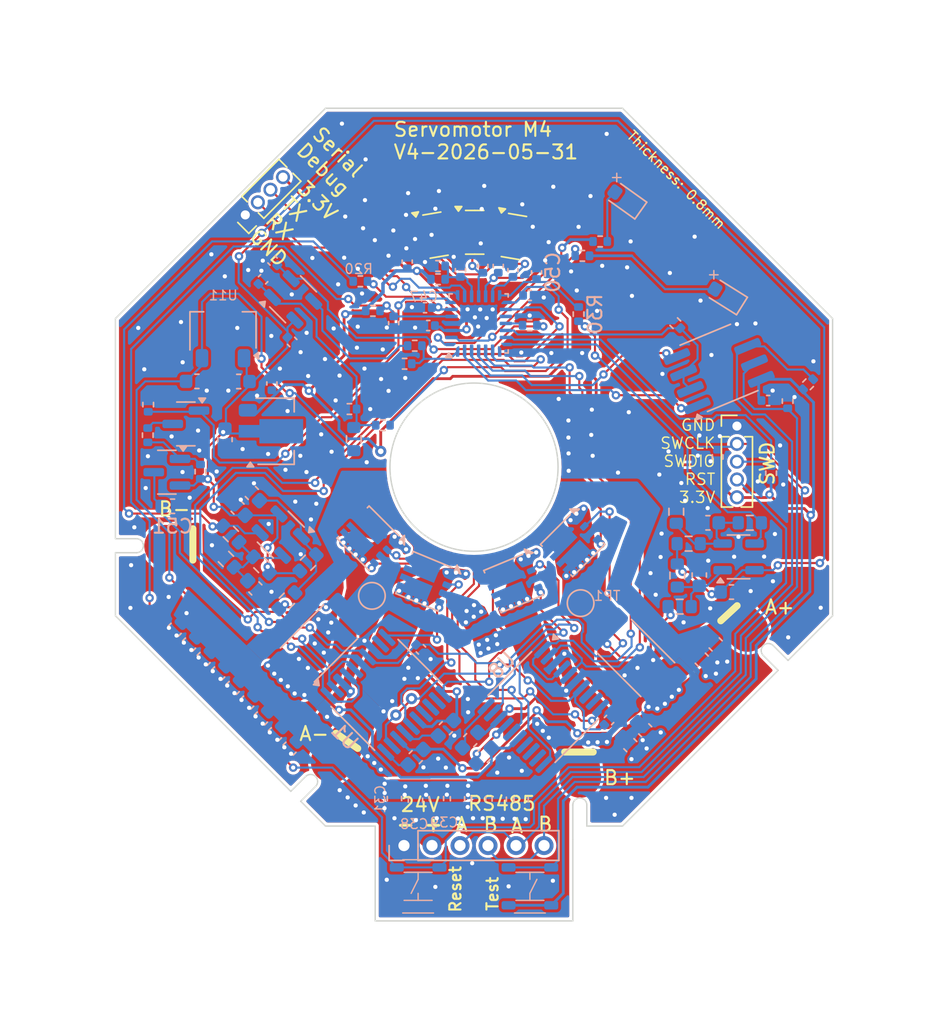
<source format=kicad_pcb>
(kicad_pcb (version 20240108) (generator "pcbnew") (generator_version "8.0")
  (title_block (title "Servomotor M4") (date "2024-09-23") (rev "V4"))
  (layers (0 "F.Cu" signal) (31 "B.Cu" signal) (34 "B.Paste" user) (35 "F.Paste" user) (36 "B.SilkS" user "B.Silkscreen") (37 "F.SilkS" user "F.Silkscreen") (38 "B.Mask" user) (39 "F.Mask" user) (44 "Edge.Cuts" user))
  (net 0 "")
  (net 1 "GND")
  (net 2 "/index/schTop/RS485_B")
  (net 3 "+24V")
  (net 4 "/index/schTop/RS485_A")
  (net 5 "+3.3V")
  (net 6 "/index/schTop/HALL1")
  (net 7 "/index/schTop/HALL2")
  (net 8 "/index/schTop/HALL3")
  (net 9 "/index/schTop/TEMPERATURE")
  (net 10 "/index/schTop/UART2 RX")
  (net 11 "/index/schTop/UART2 TX")
  (net 12 "/index/schTop/SWCLK")
  (net 13 "/index/schTop/SWDIO")
  (net 14 "/index/schTop/LED_GREEN")
  (net 15 "/index/schTop/LED_RED")
  (net 16 "/index/schTop/RS485_EN")
  (net 17 "/index/schTop/RS485_D")
  (net 18 "/index/schTop/RS485_R")
  (net 19 "unconnected-(D1-A-Pad2)")
  (net 20 "unconnected-(D2-A-Pad2)")
  (net 21 "Net-(U3--)")
  (net 22 "Net-(R8-Pad2)")
  (net 23 "Net-(U3-+)")
  (net 24 "/index/schTop/MEASURE_24V")
  (net 25 "/index/schTop/OVERVOLTAGE")
  (net 26 "Net-(U1-VB1)")
  (net 27 "/index/schTop/A+")
  (net 28 "/index/schTop/~{MCU_RESET}")
  (net 29 "/index/schTop/B+")
  (net 30 "Net-(U8-VB1)")
  (net 31 "/index/schTop/A-")
  (net 32 "+10V")
  (net 33 "/index/schTop/B-")
  (net 34 "Net-(U9--)")
  (net 35 "Net-(U9-+)")
  (net 36 "Net-(Q1A-G1)")
  (net 37 "Net-(Q1B-G2)")
  (net 38 "Net-(Q2B-G2)")
  (net 39 "Net-(Q2A-G1)")
  (net 40 "Net-(Q3B-G2)")
  (net 41 "Net-(Q3A-G1)")
  (net 42 "Net-(Q4A-G1)")
  (net 43 "Net-(Q4B-G2)")
  (net 44 "/index/schTop/MOSFET_ENABLE")
  (net 45 "/index/schTop/I_SENSE_A")
  (net 46 "/index/schTop/TIM1_CH4")
  (net 47 "/index/schTop/TIM1_CH2")
  (net 48 "/index/schTop/TIM1_CH1")
  (net 49 "/index/schTop/TIM3_CH2")
  (net 52 "/index/schTop/TIM3_CH1")
  (net 53 "Net-(U2-PA0)")
  (net 54 "/index/schTop/I_SENSE_B")
  (net 55 "Net-(U13--)")
  (net 56 "Net-(U13-+)")
  (net 57 "Net-(U2-PB0)")
  (net 58 "/index/schTop/I_AMPLIFIED_A")
  (net 59 "/index/schTop/I_AMPLIFIED_B")
  (net 60 "Net-(U1-LO1)")
  (net 61 "Net-(U8-LO1)")
  (net 70 "/index/schTop/DRIVER_VCC")
  (net 71 "Net-(Q5-C)")
  (net 72 "Net-(Q6-B)")
  (footprint "servo_motor:Pad_3mm_TopOnly" (layer "F.Cu") (at 139.4 114.26)
    (property "Reference" "J5" (hide yes))
    (property "Value" "Conn_01x01_Socket")
  )
  (footprint "servo_motor:Pad_3mm_TopOnly" (layer "F.Cu") (at 169.08 104.92)
    (property "Reference" "J8" (hide yes))
    (property "Value" "Conn_01x01_Socket" (hide yes))
  )
  (footprint "Package_TO_SOT_SMD:SOT-23" (layer "F.Cu") (at 149.6 76.5)
    (property "Reference" "U7" (hide yes))
    (property "Value" "AH49HSC")
  )
  (footprint "Package_TO_SOT_SMD:SOT-23" (layer "F.Cu") (at 146.8 76.7 9.6)
    (property "Reference" "U4" (hide yes))
    (property "Value" "AH49HSC")
  )
  (footprint "servo_motor:Pad_3mm_TopOnly" (layer "F.Cu") (at 157.13 115.33)
    (property "Reference" "J3" (hide yes))
    (property "Value" "Conn_01x01_Socket" (hide yes))
  )
  (footprint "Connector_PinHeader_1.27mm:PinHeader_1x05_P1.27mm_Vertical" (layer "F.Cu") (at 168.32 90.32)
    (property "Reference" "J2" (hide yes))
    (property "Value" "01x05 male P=1.27mm")
  )
  (footprint "Connector_PinHeader_1.27mm:PinHeader_1x04_P1.27mm_Vertical" (layer "F.Cu") (at 133.221974 75.258026 135)
    (property "Reference" "J1" (hide yes))
    (property "Value" "01x04 male P=1.27mm")
  )
  (footprint "servo_motor:Pad_3mm_TopOnly" (layer "F.Cu") (at 127.51 98.87)
    (property "Reference" "J6" (hide yes))
    (property "Value" "Conn_01x01_Socket" (hide yes))
  )
  (footprint "Package_TO_SOT_SMD:SOT-23" (layer "F.Cu") (at 152.4 76.8 -9.6)
    (property "Reference" "U6" (hide yes))
    (property "Value" "AH49HSC")
  )
  (footprint "Package_DFN_QFN:QFN-28_4x4mm_P0.5mm" (layer "B.Cu") (at 149.88 83)
    (property "Reference" "U2" (hide yes))
    (property "Value" "STM32G031G8Ux")
  )
  (footprint "servo_motor:TS3735PA-250gf" (layer "B.Cu") (at 145.56 123.15 -90)
    (property "Reference" "SW2" (hide yes))
    (property "Value" "TS3735PA-250gf")
  )
  (footprint "Capacitor_SMD:C_0603_1608Metric" (layer "B.Cu") (at 129.77 87.13)
    (property "Reference" "C44" (hide yes))
    (property "Value" "100nF")
  )
  (footprint "Resistor_SMD:R_0603_1608Metric" (layer "B.Cu") (at 131.84 99.8 -45)
    (property "Reference" "R19" (hide yes))
    (property "Value" "10K")
  )
  (footprint "Resistor_SMD:R_0603_1608Metric" (layer "B.Cu") (at 137.7 100.07 -135)
    (property "Reference" "R22" (hide yes))
    (property "Value" "300K")
  )
  (footprint "Capacitor_SMD:C_0603_1608Metric" (layer "B.Cu") (at 133.35671 110.041916 -135)
    (property "Reference" "C7" (hide yes))
    (property "Value" "10uF")
  )
  (footprint "Capacitor_SMD:C_0603_1608Metric" (layer "B.Cu") (at 160.71 113.08 -45)
    (property "Reference" "C2" (hide yes))
    (property "Value" "10uF")
  )
  (footprint "Resistor_SMD:R_0603_1608Metric" (layer "B.Cu") (at 134.37 100.23 -45)
    (property "Reference" "R16" (hide yes))
    (property "Value" "680K")
  )
  (footprint "Capacitor_SMD:C_0603_1608Metric" (layer "B.Cu") (at 161.77 112.02 -45)
    (property "Reference" "C6" (hide yes))
    (property "Value" "10uF")
  )
  (footprint "Capacitor_SMD:C_0603_1608Metric" (layer "B.Cu") (at 132.32671 109.001916 -135)
    (property "Reference" "C14" (hide yes))
    (property "Value" "10uF")
  )
  (footprint "Package_TO_SOT_SMD:SOT-23" (layer "B.Cu") (at 127.6225 93.61 180)
    (property "Reference" "Q6" (hide yes))
    (property "Value" "SS8550 Y2")
  )
  (footprint "Package_TO_SOT_SMD:SOT-23-5" (layer "B.Cu") (at 168.4375 99.65)
    (property "Reference" "U9" (hide yes))
    (property "Value" "LM321")
  )
  (footprint "Resistor_SMD:R_0402_1005Metric" (layer "B.Cu") (at 146.98 79.85 180)
    (property "Reference" "R29" (hide yes))
    (property "Value" "4.7k")
  )
  (footprint "Capacitor_SMD:C_0603_1608Metric" (layer "B.Cu") (at 151.35 116.93 -90)
    (property "Reference" "C16" (hide yes))
    (property "Value" "10uF")
  )
  (footprint "Package_TO_SOT_SMD:SOT-89-3" (layer "B.Cu") (at 131.63 83.5275 90)
    (property "Reference" "U11")
    (property "Value" "L78L10_SOT89")
  )
  (footprint "Resistor_SMD:R_0402_1005Metric" (layer "B.Cu") (at 166.94 92.52 90)
    (property "Reference" "R4" (hide yes))
    (property "Value" "10k")
  )
  (footprint "Resistor_SMD:R_0603_1608Metric" (layer "B.Cu") (at 169.24 97.22)
    (property "Reference" "R3" (hide yes))
    (property "Value" "33K")
  )
  (footprint "Capacitor_SMD:C_0603_1608Metric" (layer "B.Cu") (at 167.93 102.16)
    (property "Reference" "C40" (hide yes))
    (property "Value" "1uF")
  )
  (footprint "Capacitor_SMD:C_0603_1608Metric" (layer "B.Cu") (at 132.75 87.14 180)
    (property "Reference" "C45" (hide yes))
    (property "Value" "1uF")
  )
  (footprint "Capacitor_SMD:C_0402_1005Metric" (layer "B.Cu") (at 145.76 106.25 -45)
    (property "Reference" "C21" (hide yes))
    (property "Value" "100nF")
  )
  (footprint "Resistor_SMD:R_0603_1608Metric" (layer "B.Cu") (at 163.99 96.43 -90)
    (property "Reference" "R9" (hide yes))
    (property "Value" "10K")
  )
  (footprint "Resistor_SMD:R_0402_1005Metric" (layer "B.Cu") (at 144.595 85.875)
    (property "Reference" "R23" (hide yes))
    (property "Value" "10k")
  )
  (footprint "Package_SON:Diodes_PowerDI3333-8_UXC_3.3x3.3mm_P0.65mm" (layer "B.Cu") (at 142.06 98.32 135)
    (property "Reference" "Q4" (hide yes))
    (property "Value" "AGM412MAP")
  )
  (footprint "Capacitor_SMD:C_0603_1608Metric" (layer "B.Cu") (at 145.39 113.93 45)
    (property "Reference" "C1" (hide yes))
    (property "Value" "10uF")
  )
  (footprint "Resistor_SMD:R_0402_1005Metric" (layer "B.Cu") (at 145.32 84.59 180)
    (property "Reference" "R8" (hide yes))
    (property "Value" "1.5k")
  )
  (footprint "Resistor_SMD:R_0603_1608Metric" (layer "B.Cu") (at 136.19 102.78 45)
    (property "Reference" "R28" (hide yes))
    (property "Value" "10K")
  )
  (footprint "Capacitor_SMD:C_0603_1608Metric" (layer "B.Cu") (at 166.8 105.89 -45)
    (property "Reference" "C29" (hide yes))
    (property "Value" "10uF")
  )
  (footprint "Resistor_SMD:R_0402_1005Metric" (layer "B.Cu") (at 157.015 82.335 90)
    (property "Reference" "R30")
    (property "Value" "4.7K")
  )
  (footprint "Resistor_SMD:R_0402_1005Metric" (layer "B.Cu") (at 157.285 78.175)
    (property "Reference" "R11" (hide yes))
    (property "Value" "470R")
  )
  (footprint "Resistor_SMD:R_0603_1608Metric" (layer "B.Cu") (at 132.19 98.02 135)
    (property "Reference" "R6" (hide yes))
    (property "Value" "33K")
  )
  (footprint "Capacitor_SMD:C_0402_1005Metric" (layer "B.Cu") (at 134.495 79.845 45)
    (property "Reference" "C30" (hide yes))
    (property "Value" "100pF")
  )
  (footprint "Resistor_SMD:R_2512_6332Metric" (layer "B.Cu") (at 138.48 105.82 45)
    (property "Reference" "R21" (hide yes))
    (property "Value" "10m")
  )
  (footprint "Resistor_SMD:R_0402_1005Metric" (layer "B.Cu") (at 170.76 93.68 -90)
    (property "Reference" "R5" (hide yes))
    (property "Value" "10k")
  )
  (footprint "Capacitor_SMD:C_0402_1005Metric" (layer "B.Cu") (at 170.55 88.5 180)
    (property "Reference" "C35" (hide yes))
    (property "Value" "100nF" (hide yes))
  )
  (footprint "Capacitor_SMD:C_0603_1608Metric" (layer "B.Cu") (at 147.54 111.87 45)
    (property "Reference" "C5" (hide yes))
    (property "Value" "10uF")
  )
  (footprint "Resistor_SMD:R_0402_1005Metric" (layer "B.Cu") (at 126.29 88.79 -90)
    (property "Reference" "R31" (hide yes))
    (property "Value" "10K")
  )
  (footprint "Capacitor_SMD:C_0603_1608Metric" (layer "B.Cu") (at 166.247499 97.22 180)
    (property "Reference" "C42" (hide yes))
    (property "Value" "NC")
  )
  (footprint "Capacitor_SMD:C_0402_1005Metric" (layer "B.Cu") (at 136.57 84.32 -45)
    (property "Reference" "C22" (hide yes))
    (property "Value" "1uF")
  )
  (footprint "Capacitor_SMD:C_0603_1608Metric" (layer "B.Cu") (at 133.94 101.9 -45)
    (property "Reference" "C48" (hide yes))
    (property "Value" "NC")
  )
  (footprint "Package_TO_SOT_SMD:SOT-23-5" (layer "B.Cu") (at 136.63 81.28 -45)
    (property "Reference" "U3" (hide yes))
    (property "Value" "LM321")
  )
  (footprint "Capacitor_SMD:C_0603_1608Metric" (layer "B.Cu") (at 143.87 116.885 -90)
    (property "Reference" "C31")
    (property "Value" "10uF")
  )
  (footprint "Resistor_SMD:R_0402_1005Metric" (layer "B.Cu") (at 126.26 90.97 -90)
    (property "Reference" "R32" (hide yes))
    (property "Value" "10K")
  )
  (footprint "Capacitor_SMD:C_0603_1608Metric" (layer "B.Cu") (at 128.03 96.04)
    (property "Reference" "C51")
    (property "Value" "4.7uF")
  )
  (footprint "Capacitor_SMD:C_0603_1608Metric" (layer "B.Cu") (at 150.24 113.84 45)
    (property "Reference" "C24" (hide yes))
    (property "Value" "10uF")
  )
  (footprint "LED_SMD:LED_0603_1608Metric" (layer "B.Cu") (at 167.42 80.97 148)
    (property "Reference" "D2" (hide yes))
    (property "Value" "MHT192UGCT")
  )
  (footprint "Resistor_SMD:R_0402_1005Metric" (layer "B.Cu") (at 141.435 79.995)
    (property "Reference" "R20")
    (property "Value" "4.7K")
  )
  (footprint "Resistor_SMD:R_0603_1608Metric" (layer "B.Cu") (at 164.0625 100.98 90)
    (property "Reference" "R10" (hide yes))
    (property "Value" "300K")
  )
  (footprint "Resistor_SMD:R_0402_1005Metric" (layer "B.Cu") (at 171.94 88.54 -90)
    (property "Reference" "R2" (hide yes))
    (property "Value" "10k")
  )
  (footprint "Resistor_SMD:R_0402_1005Metric" (layer "B.Cu") (at 142.33 82.1 180)
    (property "Reference" "R15" (hide yes))
    (property "Value" "10k")
  )
  (footprint "Capacitor_SMD:C_0402_1005Metric" (layer "B.Cu") (at 135.167898 78.507898 135)
    (property "Reference" "C28" (hide yes))
    (property "Value" "100nF" (hide yes))
  )
  (footprint "Capacitor_SMD:C_0402_1005Metric" (layer "B.Cu") (at 148.58 79.2 90)
    (property "Reference" "C41" (hide yes))
    (property "Value" "100nF" (hide yes))
  )
  (footprint "Capacitor_SMD:C_0402_1005Metric" (layer "B.Cu") (at 135.12 87.28 90)
    (property "Reference" "C25" (hide yes))
    (property "Value" "4.7uF")
  )
  (footprint "Resistor_SMD:R_0603_1608Metric" (layer "B.Cu") (at 164.23 103.2)
    (property "Reference" "R14" (hide yes))
    (property "Value" "10K")
  )
  (footprint "Capacitor_SMD:C_0603_1608Metric" (layer "B.Cu") (at 133.69 95.09 135)
    (property "Reference" "C49" (hide yes))
    (property "Value" "100pF")
  )
  (footprint "Package_SO:SOIC-8_3.9x4.9mm_P1.27mm" (layer "B.Cu") (at 167.04 86.17 22.5)
    (property "Reference" "U10" (hide yes))
    (property "Value" "SP3485EN")
  )
  (footprint "Connector_PinSocket_2.00mm:PinSocket_1x06_P2.00mm_Vertical" (layer "B.Cu") (at 144.55 120.24 -90)
    (property "Reference" "J4" (hide yes))
    (property "Value" "Conn_01x06_Socket")
  )
  (footprint "servo_motor:TS3735PA-250gf" (layer "B.Cu") (at 153.54 123.15 90)
    (property "Reference" "SW1" (hide yes))
    (property "Value" "TS3735PA-250gf")
  )
  (footprint "Resistor_SMD:R_0603_1608Metric" (layer "B.Cu") (at 140.97 91.25 90)
    (property "Reference" "R27" (hide yes))
    (property "Value" "18k")
  )
  (footprint "Capacitor_SMD:C_0603_1608Metric" (layer "B.Cu") (at 152.91 116.97 -90)
    (property "Reference" "C12" (hide yes))
    (property "Value" "10uF")
  )
  (footprint "Resistor_SMD:R_0402_1005Metric" (layer "B.Cu") (at 163.92 82.98 -45)
    (property "Reference" "R13" (hide yes))
    (property "Value" "10k")
  )
  (footprint "Resistor_SMD:R_0402_1005Metric" (layer "B.Cu") (at 143.045 90.255 180)
    (property "Reference" "R24" (hide yes))
    (property "Value" "10k")
  )
  (footprint "Capacitor_SMD:C_0402_1005Metric" (layer "B.Cu") (at 150.18 78.9 90)
    (property "Reference" "C17" (hide yes))
    (property "Value" "1nF")
  )
  (footprint "Package_SO:TSSOP-20_4.4x6.5mm_P0.65mm" (layer "B.Cu") (at 154.5 110.36 -135)
    (property "Reference" "U8")
    (property "Value" "U5315")
  )
  (footprint "Capacitor_SMD:C_0402_1005Metric" (layer "B.Cu") (at 144.78 78.59 90)
    (property "Reference" "C9" (hide yes))
    (property "Value" "1uF")
  )
  (footprint "Resistor_SMD:R_2512_6332Metric" (layer "B.Cu") (at 161.124804 106.864804 135)
    (property "Reference" "R1" (hide yes))
    (property "Value" "10m")
  )
  (footprint "Capacitor_SMD:C_0402_1005Metric" (layer "B.Cu") (at 154.015 79.355 90)
    (property "Reference" "C50")
    (property "Value" "100pF")
  )
  (footprint "Resistor_SMD:R_0402_1005Metric" (layer "B.Cu") (at 158.555 77.155)
    (property "Reference" "R12" (hide yes))
    (property "Value" "1.5k")
  )
  (footprint "Resistor_SMD:R_0603_1608Metric" (layer "B.Cu") (at 164.8725 98.71 180)
    (property "Reference" "R7" (hide yes))
    (property "Value" "680K")
  )
  (footprint "Capacitor_SMD:C_0603_1608Metric" (layer "B.Cu") (at 132.67 96.14 135)
    (property "Reference" "C46" (hide yes))
    (property "Value" "1uF")
  )
  (footprint "Capacitor_SMD:C_0603_1608Metric" (layer "B.Cu") (at 146.87 116.885 -90)
    (property "Reference" "C39")
    (property "Value" "10uF")
  )
  (footprint "Capacitor_SMD:C_0402_1005Metric" (layer "B.Cu") (at 146.055 81.875 180)
    (property "Reference" "C47")
    (property "Value" "100pF")
  )
  (footprint "Package_SON:Diodes_PowerDI3333-8_UXC_3.3x3.3mm_P0.65mm" (layer "B.Cu") (at 152.37 101.5 -157.5)
    (property "Reference" "Q3" (hide yes))
    (property "Value" "AGM412MAP")
  )
  (footprint "Capacitor_SMD:C_0603_1608Metric" (layer "B.Cu") (at 134.338702 111.179924 -135)
    (property "Reference" "C32" (hide yes))
    (property "Value" "10uF")
  )
  (footprint "Capacitor_SMD:C_0603_1608Metric" (layer "B.Cu") (at 131.77 91.28 -90)
    (property "Reference" "C26" (hide yes))
    (property "Value" "10uF")
  )
  (footprint "Resistor_SMD:R_0402_1005Metric" (layer "B.Cu") (at 140.655 89.105 180)
    (property "Reference" "R26" (hide yes))
    (property "Value" "1.5k")
  )
  (footprint "Package_SO:TSSOP-20_4.4x6.5mm_P0.65mm" (layer "B.Cu") (at 143.29 109.49 -45)
    (property "Reference" "U1")
    (property "Value" "U5315")
  )
  (footprint "Capacitor_SMD:C_0603_1608Metric" (layer "B.Cu") (at 165.81 106.98 -45)
    (property "Reference" "C27" (hide yes))
    (property "Value" "10uF")
  )
  (footprint "TestPoint:TestPoint_Pad_D1.5mm" (layer "B.Cu") (at 157.16 102.95 180)
    (property "Reference" "TP1")
    (property "Value" "TestPoint")
  )
  (footprint "Capacitor_SMD:C_0402_1005Metric" (layer "B.Cu") (at 153.53 81)
    (property "Reference" "C36" (hide yes))
    (property "Value" "100nF" (hide yes))
  )
  (footprint "Package_TO_SOT_SMD:SOT-23" (layer "B.Cu") (at 128.98 90.167501 180)
    (property "Reference" "Q5" (hide yes))
    (property "Value" "MMBT3904")
  )
  (footprint "Resistor_SMD:R_0402_1005Metric" (layer "B.Cu") (at 130.02 93.57 -90)
    (property "Reference" "R33" (hide yes))
    (property "Value" "10K")
  )
  (footprint "Capacitor_SMD:C_0603_1608Metric" (layer "B.Cu") (at 130.24671 106.931916 -135)
    (property "Reference" "C15" (hide yes))
    (property "Value" "10uF")
  )
  (footprint "Resistor_SMD:R_0402_1005Metric" (layer "B.Cu") (at 146.98 78.9 180)
    (property "Reference" "TH1" (hide yes))
    (property "Value" "100k 1% NTC")
  )
  (footprint "Capacitor_SMD:C_0603_1608Metric" (layer "B.Cu") (at 165.632501 100.940002 90)
    (property "Reference" "C43" (hide yes))
    (property "Value" "100pF")
  )
  (footprint "Capacitor_SMD:C_0603_1608Metric" (layer "B.Cu") (at 148.37 116.9 -90)
    (property "Reference" "C8" (hide yes))
    (property "Value" "10uF")
  )
  (footprint "TestPoint:TestPoint_Pad_D1.5mm" (layer "B.Cu") (at 142.26 102.43 180)
    (property "Reference" "TP2" (hide yes))
    (property "Value" "TestPoint")
  )
  (footprint "Capacitor_SMD:C_0603_1608Metric" (layer "B.Cu") (at 149.28 112.72 45)
    (property "Reference" "C4" (hide yes))
    (property "Value" "10uF")
  )
  (footprint "Capacitor_SMD:C_0603_1608Metric" (layer "B.Cu") (at 149.87 116.9 -90)
    (property "Reference" "C13" (hide yes))
    (property "Value" "10uF")
  )
  (footprint "Capacitor_SMD:C_0603_1608Metric" (layer "B.Cu") (at 136.38 113.33 -135)
    (property "Reference" "C34" (hide yes))
    (property "Value" "10uF")
  )
  (footprint "Capacitor_SMD:C_0402_1005Metric" (layer "B.Cu") (at 159.19 111.29 45)
    (property "Reference" "C3" (hide yes))
    (property "Value" "100nF" (hide yes))
  )
  (footprint "Capacitor_SMD:C_0402_1005Metric" (layer "B.Cu") (at 151.28 78.9 90)
    (property "Reference" "C20" (hide yes))
    (property "Value" "1nF" (hide yes))
  )
  (footprint "Capacitor_SMD:C_0402_1005Metric" (layer "B.Cu") (at 146.28 83.15 180)
    (property "Reference" "C37" (hide yes))
    (property "Value" "100nF" (hide yes))
  )
  (footprint "Package_SON:Diodes_PowerDI3333-8_UXC_3.3x3.3mm_P0.65mm" (layer "B.Cu") (at 156.59 98.76 -135)
    (property "Reference" "Q2" (hide yes))
    (property "Value" "AGM412MAP")
  )
  (footprint "Capacitor_SMD:C_0603_1608Metric" (layer "B.Cu") (at 129.20671 105.901916 -135)
    (property "Reference" "C10" (hide yes))
    (property "Value" "10uF")
  )
  (footprint "Capacitor_SMD:C_0603_1608Metric" (layer "B.Cu") (at 135.338702 112.299924 -135)
    (property "Reference" "C33" (hide yes))
    (property "Value" "10uF")
  )
  (footprint "Capacitor_SMD:C_0603_1608Metric" (layer "B.Cu") (at 128.18 104.85 -135)
    (property "Reference" "C11" (hide yes))
    (property "Value" "10uF")
  )
  (footprint "LED_SMD:LED_0603_1608Metric" (layer "B.Cu") (at 160.25 74.09 144.5)
    (property "Reference" "D1" (hide yes))
    (property "Value" "KT-0603R")
  )
  (footprint "Capacitor_SMD:C_0402_1005Metric" (layer "B.Cu") (at 152.33 79.2 90)
    (property "Reference" "C23" (hide yes))
    (property "Value" "1nF")
  )
  (footprint "Package_TO_SOT_SMD:SOT-89-3" (layer "B.Cu") (at 135.3525 90.69)
    (property "Reference" "U5" (hide yes))
    (property "Value" "GM7333")
  )
  (footprint "Resistor_SMD:R_0402_1005Metric" (layer "B.Cu") (at 173.4 87.34 -135)
    (property "Reference" "R17" (hide yes))
    (property "Value" "10k")
  )
  (footprint "Capacitor_SMD:C_0603_1608Metric" (layer "B.Cu") (at 145.37 117.01 -90)
    (property "Reference" "C38")
    (property "Value" "10uF")
  )
  (footprint "Package_TO_SOT_SMD:SOT-23-5" (layer "B.Cu") (at 135.756085 98.062583 135)
    (property "Reference" "U13" (hide yes))
    (property "Value" "LM321")
  )
  (footprint "Capacitor_SMD:C_0603_1608Metric" (layer "B.Cu") (at 131.28671 107.961916 -135)
    (property "Reference" "C19" (hide yes))
    (property "Value" "10uF")
  )
  (footprint "Resistor_SMD:R_0402_1005Metric" (layer "B.Cu") (at 153.525 83.135)
    (property "Reference" "R25" (hide yes))
    (property "Value" "10k")
  )
  (footprint "Package_SON:Diodes_PowerDI3333-8_UXC_3.3x3.3mm_P0.65mm" (layer "B.Cu") (at 146.089756 101.386289 157.5)
    (property "Reference" "Q1" (hide yes))
    (property "Value" "AGM412MAP")
  )
  (footprint "Capacitor_SMD:C_0402_1005Metric" (layer "B.Cu") (at 143.815 82.975 -90)
    (property "Reference" "C18" (hide yes))
    (property "Value" "100nF" (hide yes))
  )
  (gr_line (start 167.165 104.21) (end 168.335 103.13) (stroke (width 0.5)) (layer "F.SilkS"))
  (gr_line (start 139.692452 112.225555) (end 141.247547 113.314444) (stroke (width 0.5)) (layer "F.SilkS"))
  (gr_line (start 156.02 113.57) (end 158.06 113.57) (stroke (width 0.5)) (layer "F.SilkS"))
  (gr_line (start 129.48 97.64) (end 129.48 99.88) (stroke (width 0.5)) (layer "F.SilkS"))
  (gr_line (start 123.95 82.646133) (end 138.946133 67.65) (stroke (width 0.1)) (layer "Edge.Cuts"))
  (gr_line (start 157.603867 117.35) (end 157.603867 118.85) (stroke (width 0.1)) (layer "Edge.Cuts"))
  (gr_line (start 123.95 98.353867) (end 123.95 82.646133) (stroke (width 0.1)) (layer "Edge.Cuts"))
  (gr_line (start 142.495 125.61631) (end 156.603867 125.61631) (stroke (width 0.1)) (layer "Edge.Cuts"))
  (gr_line (start 125.449989 99.353867) (end 123.95 99.353867) (stroke (width 0.1)) (layer "Edge.Cuts"))
  (gr_line (start 160.153867 118.85) (end 157.603867 118.85) (stroke (width 0.1)) (layer "Edge.Cuts"))
  (gr_arc (start 156.603867 117.350045) (mid 156.750312 116.996484) (end 157.103867 116.85) (stroke (width 0.1)) (layer "Edge.Cuts"))
  (gr_arc (start 125.449989 98.353867) (mid 125.80357 98.500309) (end 125.95 98.853867) (stroke (width 0.1)) (layer "Edge.Cuts"))
  (gr_line (start 138.946133 118.85) (end 137.178366 117.082233) (stroke (width 0.1)) (layer "Edge.Cuts"))
  (gr_line (start 142.495 118.85) (end 138.946133 118.85) (stroke (width 0.1)) (layer "Edge.Cuts"))
  (gr_line (start 171.260913 107.742955) (end 160.153867 118.85) (stroke (width 0.1)) (layer "Edge.Cuts"))
  (gr_line (start 138.946133 67.65) (end 160.153867 67.65) (stroke (width 0.1)) (layer "Edge.Cuts"))
  (gr_arc (start 137.531918 115.314467) (mid 137.885477 115.168015) (end 138.239026 115.314466) (stroke (width 0.1)) (layer "Edge.Cuts"))
  (gr_arc (start 170.200252 105.975188) (mid 170.553799 105.828754) (end 170.907357 105.975186) (stroke (width 0.1)) (layer "Edge.Cuts"))
  (gr_arc (start 125.95 98.853867) (mid 125.803542 99.207414) (end 125.449989 99.353856) (stroke (width 0.1)) (layer "Edge.Cuts"))
  (gr_line (start 142.495 118.85) (end 142.495 125.61631) (stroke (width 0.1)) (layer "Edge.Cuts"))
  (gr_line (start 175.15 82.646133) (end 175.15 103.853867) (stroke (width 0.1)) (layer "Edge.Cuts"))
  (gr_line (start 156.603867 119.794345) (end 156.603867 125.61631) (stroke (width 0.1)) (layer "Edge.Cuts"))
  (gr_line (start 136.471259 116.375126) (end 123.95 103.853867) (stroke (width 0.1)) (layer "Edge.Cuts"))
  (gr_line (start 170.907357 105.975186) (end 171.968019 107.035848) (stroke (width 0.1)) (layer "Edge.Cuts"))
  (gr_line (start 171.260913 107.742955) (end 170.200246 106.682288) (stroke (width 0.1)) (layer "Edge.Cuts"))
  (gr_line (start 175.15 103.853867) (end 171.968019 107.035848) (stroke (width 0.1)) (layer "Edge.Cuts"))
  (gr_circle (center 149.55 93.25) (end 155.55 93.25) (stroke (width 0.1)) (fill none) (layer "Edge.Cuts"))
  (gr_arc (start 170.200246 106.682288) (mid 170.053804 106.328738) (end 170.200252 105.975188) (stroke (width 0.1)) (layer "Edge.Cuts"))
  (gr_arc (start 138.239026 115.314466) (mid 138.385486 115.664953) (end 138.243373 116.017226) (stroke (width 0.1)) (layer "Edge.Cuts"))
  (gr_line (start 125.449989 98.353867) (end 123.95 98.353867) (stroke (width 0.1)) (layer "Edge.Cuts"))
  (gr_arc (start 157.105 116.85) (mid 157.458562 116.996448) (end 157.605 117.35) (stroke (width 0.1)) (layer "Edge.Cuts"))
  (gr_line (start 123.95 103.853867) (end 123.95 99.353867) (stroke (width 0.1)) (layer "Edge.Cuts"))
  (gr_line (start 160.153867 67.65) (end 175.15 82.646133) (stroke (width 0.1)) (layer "Edge.Cuts"))
  (gr_line (start 156.603867 119.794345) (end 156.603867 117.350045) (stroke (width 0.1)) (layer "Edge.Cuts"))
  (gr_line (start 137.178366 117.082233) (end 138.243373 116.017226) (stroke (width 0.1)) (layer "Edge.Cuts"))
  (gr_line (start 137.531918 115.314467) (end 136.471259 116.375126) (stroke (width 0.1)) (layer "Edge.Cuts"))
  (gr_text "+" (at 166.11 79.94 0) (layer "B.SilkS") (effects (font (size 0.8 0.8) (thickness 0.1)) (justify left bottom)))
  (gr_text "+" (at 159.18 73 0) (layer "B.SilkS") (effects (font (size 0.8 0.8) (thickness 0.1)) (justify left bottom)))
  (gr_text "+" (at 145.9 119.31 0) (layer "F.SilkS") (effects (font (size 1 1) (thickness 0.2)) (justify left bottom)))
  (gr_text "Reset" (at 148.69 125.09 90) (layer "F.SilkS") (effects (font (size 0.8 0.8)) (justify left bottom)))
  (gr_text "3.3V\nTX\nRX\nGND" (at 133.320477 76.869523 -45) (layer "F.SilkS") (effects (font (size 1 1)) (justify left bottom)))
  (gr_text "B" (at 150.14 119.33 0) (layer "F.SilkS") (effects (font (size 1 1)) (justify left bottom)))
  (gr_text "Servomotor M4\n${REVISION}-${CURRENT_DATE}" (at 143.73 71.36 0) (layer "F.SilkS") (effects (font (size 1 1)) (justify left bottom)))
  (gr_text "RS485" (at 149.03 117.83 0) (layer "F.SilkS") (effects (font (size 1 1)) (justify left bottom)))
  (gr_text "SWD" (at 171.07 94.63 90) (layer "F.SilkS") (effects (font (size 1 1)) (justify left bottom)))
  (gr_text "-" (at 143.92 119.31 0) (layer "F.SilkS") (effects (font (size 1 1) (thickness 0.2)) (justify left bottom)))
  (gr_text "B" (at 154.04 119.31 0) (layer "F.SilkS") (effects (font (size 1 1)) (justify left bottom)))
  (gr_text "Thickness: 0.8mm" (at 160.32 69.67 -45) (layer "F.SilkS") (effects (font (size 0.7 0.7) (thickness 0.1)) (justify left bottom)))
  (gr_text "Test" (at 151.34 124.98 90) (layer "F.SilkS") (effects (font (size 0.8 0.8)) (justify left bottom)))
  (gr_text "A-" (at 136.99 112.85 0) (layer "F.SilkS") (effects (font (size 1 1)) (justify left bottom)))
  (gr_text "GND\nSWCLK\nSWDIO\nRST\n3.3V" (at 166.84 95.87 0) (layer "F.SilkS") (effects (font (size 0.8 0.8) (thickness 0.1)) (justify right bottom)))
  (gr_text "24V" (at 144.24 117.91 0) (layer "F.SilkS") (effects (font (size 1 1)) (justify left bottom)))
  (gr_text "B-" (at 126.95 96.82 0) (layer "F.SilkS") (effects (font (size 1 1)) (justify left bottom)))
  (gr_text "Serial\nDebug" (at 136.68 70.73 315) (layer "F.SilkS") (effects (font (size 1 1)) (justify left bottom)))
  (gr_text "A" (at 148.14 119.33 0) (layer "F.SilkS") (effects (font (size 1 1)) (justify left bottom)))
  (gr_text "B+" (at 158.74 115.99 0) (layer "F.SilkS") (effects (font (size 1 1)) (justify left bottom)))
  (gr_text "A+" (at 170.22 103.82 0) (layer "F.SilkS") (effects (font (size 1 1)) (justify left bottom)))
  (gr_text "A" (at 152.09 119.41 0) (layer "F.SilkS") (effects (font (size 1 1)) (justify left bottom)))
  (segment (start 151.8 76.8) (end 153.168025 76.8) (width 0.2) (layer "F.Cu") (net 1))
  (segment (start 151.5 76.5) (end 151.8 76.8) (width 0.2) (layer "F.Cu") (net 1))
  (segment (start 148.3 76.5) (end 151.5 76.5) (width 0.2) (layer "F.Cu") (net 1))
  (via (at 155.21 73.25) (size 0.6) (drill 0.3) (layers "F.Cu" "B.Cu") (net 1))
  (via (at 141.81 71.3) (size 0.6) (drill 0.3) (layers "F.Cu" "B.Cu") (net 1))
  (via (at 134.46203 111.543362) (size 0.6) (drill 0.3) (layers "F.Cu" "B.Cu") (net 1))
  (via (at 128.314499 105.259187) (size 0.6) (drill 0.3) (layers "F.Cu" "B.Cu") (net 1))
  (via (at 130.84 98.82) (size 0.6) (drill 0.3) (layers "F.Cu" "B.Cu") (net 1))
  (via (at 165.3 76.81) (size 0.6) (drill 0.3) (layers "F.Cu" "B.Cu") (net 1))
  (via (at 168.32 83.05) (size 0.6) (drill 0.3) (layers "F.Cu" "B.Cu") (net 1))
  (via (at 149.11 109.79) (size 0.6) (drill 0.3) (layers "F.Cu" "B.Cu") (net 1))
  (via (at 133.953704 111.025537) (size 0.6) (drill 0.3) (layers "F.Cu" "B.Cu") (net 1))
  (via (at 131.76 79.64) (size 0.6) (drill 0.3) (layers "F.Cu" "B.Cu") (net 1))
  (via (at 143.446 78.17) (size 0.6) (drill 0.3) (layers "F.Cu" "B.Cu") (net 1))
  (via (at 135.29 107.98) (size 0.6) (drill 0.3) (layers "F.Cu" "B.Cu") (net 1))
  (via (at 139.380229 92.150229) (size 0.6) (drill 0.3) (layers "F.Cu" "B.Cu") (net 1))
  (via (at 139.06 111.06) (size 0.6) (drill 0.3) (layers "F.Cu" "B.Cu") (net 1))
  (via (at 134.47 78.52) (size 0.6) (drill 0.3) (layers "F.Cu" "B.Cu") (net 1))
  (via (at 148.14 112.4) (size 0.6) (drill 0.3) (layers "F.Cu" "B.Cu") (net 1))
  (via (at 150.17 118.29) (size 0.6) (drill 0.3) (layers "F.Cu" "B.Cu") (net 1))
  (via (at 143.035 84.855) (size 0.6) (drill 0.3) (layers "F.Cu" "B.Cu") (net 1))
  (via (at 170.89 101.39) (size 0.6) (drill 0.3) (layers "F.Cu" "B.Cu") (net 1))
  (via (at 136.09 93.44) (size 0.6) (drill 0.3) (layers "F.Cu" "B.Cu") (net 1))
  (via (at 160.6 89.33) (size 0.6) (drill 0.3) (layers "F.Cu" "B.Cu") (net 1))
  (via (at 144.58 108.35) (size 0.6) (drill 0.3) (layers "F.Cu" "B.Cu") (net 1))
  (via (at 136.49 113.69) (size 0.6) (drill 0.3) (layers "F.Cu" "B.Cu") (net 1))
  (via (at 161.22 107.57) (size 0.6) (drill 0.3) (layers "F.Cu" "B.Cu") (net 1))
  (via (at 134.37 79.24) (size 0.6) (drill 0.3) (layers "F.Cu" "B.Cu") (net 1))
  (via (at 134.85 92.31) (size 0.6) (drill 0.3) (layers "F.Cu" "B.Cu") (net 1))
  (via (at 165.64 90.99) (size 0.6) (drill 0.3) (layers "F.Cu" "B.Cu") (net 1))
  (via (at 146.79 123.19) (size 0.6) (drill 0.3) (layers "F.Cu" "B.Cu") (net 1))
  (via (at 149.845 83.225) (size 0.6) (drill 0.3) (layers "F.Cu" "B.Cu") (net 1))
  (via (at 130.8 78.07) (size 0.6) (drill 0.3) (layers "F.Cu" "B.Cu") (net 1))
  (via (at 157.92 90.95) (size 0.6) (drill 0.3) (layers "F.Cu" "B.Cu") (net 1))
  (via (at 138.29 95.86) (size 0.6) (drill 0.3) (layers "F.Cu" "B.Cu") (net 1))
  (via (at 149.99 82) (size 0.6) (drill 0.3) (layers "F.Cu" "B.Cu") (net 1))
  (via (at 163.53 79.4) (size 0.6) (drill 0.3) (layers "F.Cu" "B.Cu") (net 1))
  (via (at 152.45 118.33) (size 0.6) (drill 0.3) (layers "F.Cu" "B.Cu") (net 1))
  (via (at 150.455 82.615) (size 0.6) (drill 0.3) (layers "F.Cu" "B.Cu") (net 1))
  (via (at 162.15 100.81) (size 0.6) (drill 0.3) (layers "F.Cu" "B.Cu") (net 1))
  (via (at 141.73 86.22) (size 0.6) (drill 0.3) (layers "F.Cu" "B.Cu") (net 1))
  (via (at 162.52 102.35) (size 0.6) (drill 0.3) (layers "F.Cu" "B.Cu") (net 1))
  (via (at 126.01 86.27) (size 0.6) (drill 0.3) (layers "F.Cu" "B.Cu") (net 1))
  (via (at 141.96 113.87) (size 0.6) (drill 0.3) (layers "F.Cu" "B.Cu") (net 1))
  (via (at 173.78 85.7) (size 0.6) (drill 0.3) (layers "F.Cu" "B.Cu") (net 1))
  (via (at 158.98 116.84) (size 0.6) (drill 0.3) (layers "F.Cu" "B.Cu") (net 1))
  (via (at 142.47 77.06) (size 0.6) (drill 0.3) (layers "F.Cu" "B.Cu") (net 1))
  (via (at 150.28 73.19) (size 0.6) (drill 0.3) (layers "F.Cu" "B.Cu") (net 1))
  (via (at 132.951425 109.857166) (size 0.6) (drill 0.3) (layers "F.Cu" "B.Cu") (net 1))
  (via (at 132.65 83.32) (size 0.6) (drill 0.3) (layers "F.Cu" "B.Cu") (net 1))
  (via (at 127.96 91.06) (size 0.6) (drill 0.3) (layers "F.Cu" "B.Cu") (net 1))
  (via (at 168.12 99.64) (size 0.6) (drill 0.3) (layers "F.Cu" "B.Cu") (net 1))
  (via (at 135.09 102.14) (size 0.6) (drill 0.3) (layers "F.Cu" "B.Cu") (net 1))
  (via (at 163.17574 110.127101) (size 0.6) (drill 0.3) (layers "F.Cu" "B.Cu") (net 1))
  (via (at 160.73 77.15) (size 0.6) (drill 0.3) (layers "F.Cu" "B.Cu") (net 1))
  (via (at 170.26 99.63) (size 0.6) (drill 0.3) (layers "F.Cu" "B.Cu") (net 1))
  (via (at 145.34 76.98) (size 0.6) (drill 0.3) (layers "F.Cu" "B.Cu") (net 1))
  (via (at 139.96 116.29) (size 0.6) (drill 0.3) (layers "F.Cu" "B.Cu") (net 1))
  (via (at 162.88 112.17) (size 0.6) (drill 0.3) (layers "F.Cu" "B.Cu") (net 1))
  (via (at 151.6 118.33) (size 0.6) (drill 0.3) (layers "F.Cu" "B.Cu") (net 1))
  (via (at 138.18 105.83) (size 0.6) (drill 0.3) (layers "F.Cu" "B.Cu") (net 1))
  (via (at 153.525 82.435) (size 0.6) (drill 0.3) (layers "F.Cu" "B.Cu") (net 1))
  (via (at 159.02 69.48) (size 0.6) (drill 0.3) (layers "F.Cu" "B.Cu") (net 1))
  (via (at 133.43 79.19) (size 0.6) (drill 0.3) (layers "F.Cu" "B.Cu") (net 1))
  (via (at 138.826301 106.481056) (size 0.6) (drill 0.3) (layers "F.Cu" "B.Cu") (net 1))
  (via (at 128.835195 105.767442) (size 0.6) (drill 0.3) (layers "F.Cu" "B.Cu") (net 1))
  (via (at 169.64 83) (size 0.6) (drill 0.3) (layers "F.Cu" "B.Cu") (net 1))
  (via (at 164.35 94.38) (size 0.6) (drill 0.3) (layers "F.Cu" "B.Cu") (net 1))
  (via (at 152.02 123.15) (size 0.6) (drill 0.3) (layers "F.Cu" "B.Cu") (net 1))
  (via (at 138.432967 104.098779) (size 0.6) (drill 0.3) (layers "F.Cu" "B.Cu") (net 1))
  (via (at 150.91 118.31) (size 0.6) (drill 0.3) (layers "F.Cu" "B.Cu") (net 1))
  (via (at 166.27 99.92) (size 0.6) (drill 0.3) (layers "F.Cu" "B.Cu") (net 1))
  (via (at 139.85 80.21) (size 0.6) (drill 0.3) (layers "F.Cu" "B.Cu") (net 1))
  (via (at 141.1 117.38) (size 0.6) (drill 0.3) (layers "F.Cu" "B.Cu") (net 1))
  (via (at 159.83 93.64) (size 0.6) (drill 0.3) (layers "F.Cu" "B.Cu") (net 1))
  (via (at 136.744184 109.392951) (size 0.6) (drill 0.3) (layers "F.Cu" "B.Cu") (net 1))
  (via (at 146.99 114.04) (size 0.6) (drill 0.3) (layers "F.Cu" "B.Cu") (net 1))
  (via (at 141.73 105.63) (size 0.6) (drill 0.3) (layers "F.Cu" "B.Cu") (net 1))
  (via (at 163 86.6) (size 0.6) (drill 0.3) (layers "F.Cu" "B.Cu") (net 1))
  (via (at 149.09 81.99) (size 0.6) (drill 0.3) (layers "F.Cu" "B.Cu") (net 1))
  (via (at 134.89 97.3) (size 0.6) (drill 0.3) (layers "F.Cu" "B.Cu") (net 1))
  (via (at 154.89 112.55) (size 0.6) (drill 0.3) (layers "F.Cu" "B.Cu") (net 1))
  (via (at 139.95 86.72) (size 0.6) (drill 0.3) (layers "F.Cu" "B.Cu") (net 1))
  (via (at 165.72 81.37) (size 0.6) (drill 0.3) (layers "F.Cu" "B.Cu") (net 1))
  (via (at 142.43 114.35) (size 0.6) (drill 0.3) (layers "F.Cu" "B.Cu") (net 1))
  (via (at 164.51 104.32) (size 0.6) (drill 0.3) (layers "F.Cu" "B.Cu") (net 1))
  (via (at 158.7 78.89) (size 0.6) (drill 0.3) (layers "F.Cu" "B.Cu") (net 1))
  (via (at 145.94 114.66) (size 0.6) (drill 0.3) (layers "F.Cu" "B.Cu") (net 1))
  (via (at 171.626 94.49) (size 0.6) (drill 0.3) (layers "F.Cu" "B.Cu") (net 1))
  (via (at 157.865 73.915) (size 0.6) (drill 0.3) (layers "F.Cu" "B.Cu") (net 1))
  (via (at 143.325 83.295) (size 0.6) (drill 0.3) (layers "F.Cu" "B.Cu") (net 1))
  (via (at 137.71 86.75) (size 0.6) (drill 0.3) (layers "F.Cu" "B.Cu") (net 1))
  (via (at 130.899091 107.803605) (size 0.6) (drill 0.3) (layers "F.Cu" "B.Cu") (net 1))
  (via (at 150.88 82) (size 0.6) (drill 0.3) (layers "F.Cu" "B.Cu") (net 1))
  (via (at 127.768729 104.713063) (size 0.6) (drill 0.3) (layers "F.Cu" "B.Cu") (net 1))
  (via (at 143.87 118.29) (size 0.6) (drill 0.3) (layers "F.Cu" "B.Cu") (net 1))
  (via (at 145.344 83.3) (size 0.6) (drill 0.3) (layers "F.Cu" "B.Cu") (net 1))
  (via (at 134.96947 112.168667) (size 0.6) (drill 0.3) (layers "F.Cu" "B.Cu") (net 1))
  (via (at 129.891025 106.829478) (size 0.6) (drill 0.3) (layers "F.Cu" "B.Cu") (net 1))
  (via (at 134.84 107.4) (size 0.6) (drill 0.3) (layers "F.Cu" "B.Cu") (net 1))
  (via (at 136.01 113.23) (size 0.6) (drill 0.3) (layers "F.Cu" "B.Cu") (net 1))
  (via (at 131.93 108.83) (size 0.6) (drill 0.3) (layers "F.Cu" "B.Cu") (net 1))
  (via (at 144.640229 86.890229) (size 0.6) (drill 0.3) (layers "F.Cu" "B.Cu") (net 1))
  (via (at 133.495725 110.41659) (size 0.6) (drill 0.3) (layers "F.Cu" "B.Cu") (net 1))
  (via (at 137.05 106.93) (size 0.6) (drill 0.3) (layers "F.Cu" "B.Cu") (net 1))
  (via (at 152.925 85.075) (size 0.6) (drill 0.3) (layers "F.Cu" "B.Cu") (net 1))
  (via (at 135.76 108.43) (size 0.6) (drill 0.3) (layers "F.Cu" "B.Cu") (net 1))
  (via (at 144.72 77.64) (size 0.6) (drill 0.3) (layers "F.Cu" "B.Cu") (net 1))
  (via (at 149.42 121.5) (size 0.6) (drill 0.3) (layers "F.Cu" "B.Cu") (net 1))
  (via (at 140.740563 109.238661) (size 0.6) (drill 0.3) (layers "F.Cu" "B.Cu") (net 1))
  (via (at 160.79 114.075) (size 0.6) (drill 0.3) (layers "F.Cu" "B.Cu") (net 1))
  (via (at 162.87 99.66) (size 0.6) (drill 0.3) (layers "F.Cu" "B.Cu") (net 1))
  (via (at 129.93 92.06) (size 0.6) (drill 0.3) (layers "F.Cu" "B.Cu") (net 1))
  (via (at 156.886536 80.647652) (size 0.6) (drill 0.3) (layers "F.Cu" "B.Cu") (net 1))
  (via (at 144.845 73.705) (size 0.6) (drill 0.3) (layers "F.Cu" "B.Cu") (net 1))
  (via (at 137.6 83.67) (size 0.6) (drill 0.3) (layers "F.Cu" "B.Cu") (net 1))
  (via (at 141.63 76.21) (size 0.6) (drill 0.3) (layers "F.Cu" "B.Cu") (net 1))
  (via (at 130.399811 107.316054) (size 0.6) (drill 0.3) (layers "F.Cu" "B.Cu") (net 1))
  (via (at 143.09 110.67) (size 0.6) (drill 0.3) (layers "F.Cu" "B.Cu") (net 1))
  (via (at 141.555 80.865) (size 0.6) (drill 0.3) (layers "F.Cu" "B.Cu") (net 1))
  (via (at 157.96 89.15) (size 0.6) (drill 0.3) (layers "F.Cu" "B.Cu") (net 1))
  (via (at 140.53 116.81) (size 0.6) (drill 0.3) (layers "F.Cu" "B.Cu") (net 1))
  (via (at 163.670831 109.626597) (size 0.6) (drill 0.3) (layers "F.Cu" "B.Cu") (net 1))
  (via (at 152.96 114.91) (size 0.6) (drill 0.3) (layers "F.Cu" "B.Cu") (net 1))
  (via (at 146.05 78.62) (size 0.6) (drill 0.3) (layers "F.Cu" "B.Cu") (net 1))
  (via (at 131.450759 108.35337) (size 0.6) (drill 0.3) (layers "F.Cu" "B.Cu") (net 1))
  (via (at 154.46 112.06) (size 0.6) (drill 0.3) (layers "F.Cu" "B.Cu") (net 1))
  (via (at 141.249655 83.230113) (size 0.6) (drill 0.3) (layers "F.Cu" "B.Cu") (net 1))
  (via (at 125.3 97.54) (size 0.6) (drill 0.3) (layers "F.Cu" "B.Cu") (net 1))
  (via (at 138.64 90.91) (size 0.6) (drill 0.3) (layers "F.Cu" "B.Cu") (net 1))
  (via (at 145.4 118.43) (size 0.6) (drill 0.3) (layers "F.Cu" "B.Cu") (net 1))
  (via (at 130.47 87.79) (size 0.6) (drill 0.3) (layers "F.Cu" "B.Cu") (net 1))
  (via (at 135.507131 112.694304) (size 0.6) (drill 0.3) (layers "F.Cu" "B.Cu") (net 1))
  (via (at 158.335 82.105) (size 0.6) (drill 0.3) (layers "F.Cu" "B.Cu") (net 1))
  (via (at 148.1 78.25) (size 0.6) (drill 0.3) (layers "F.Cu" "B.Cu") (net 1))
  (via (at 131.18 93.56) (size 0.6) (drill 0.3) (layers "F.Cu" "B.Cu") (net 1))
  (via (at 158.02 92.44) (size 0.6) (drill 0.3) (layers "F.Cu" "B.Cu") (net 1))
  (via (at 145.115 81.835) (size 0.6) (drill 0.3) (layers "F.Cu" "B.Cu") (net 1))
  (via (at 172.43 88.25) (size 0.6) (drill 0.3) (layers "F.Cu" "B.Cu") (net 1))
  (via (at 132.449873 109.365231) (size 0.6) (drill 0.3) (layers "F.Cu" "B.Cu") (net 1))
  (via (at 155.595 88.385) (size 0.6) (drill 0.3) (layers "F.Cu" "B.Cu") (net 1))
  (via (at 162.634004 110.470573) (size 0.6) (drill 0.3) (layers "F.Cu" "B.Cu") (net 1))
  (via (at 159.59 118.04) (size 0.6) (drill 0.3) (layers "F.Cu" "B.Cu") (net 1))
  (via (at 143.79 76.37) (size 0.6) (drill 0.3) (layers "F.Cu" "B.Cu") (net 1))
  (via (at 139.36 104.34) (size 0.6) (drill 0.3) (layers "F.Cu" "B.Cu") (net 1))
  (via (at 171.98 105.39) (size 0.6) (drill 0.3) (layers "F.Cu" "B.Cu") (net 1))
  (via (at 168.43 98.22) (size 0.6) (drill 0.3) (layers "F.Cu" "B.Cu") (net 1))
  (via (at 137.91 96.98) (size 0.6) (drill 0.3) (layers "F.Cu" "B.Cu") (net 1))
  (via (at 126.27 92.47) (size 0.6) (drill 0.3) (layers "F.Cu" "B.Cu") (net 1))
  (via (at 154.63 78.5) (size 0.6) (drill 0.3) (layers "F.Cu" "B.Cu") (net 1))
  (via (at 156 106.56) (size 0.6) (drill 0.3) (layers "F.Cu" "B.Cu") (net 1))
  (via (at 156.3 92.27) (size 0.6) (drill 0.3) (layers "F.Cu" "B.Cu") (net 1))
  (via (at 162.34 107.01) (size 0.6) (drill 0.3) (layers "F.Cu" "B.Cu") (net 1))
  (via (at 170.87 87.79) (size 0.6) (drill 0.3) (layers "F.Cu" "B.Cu") (net 1))
  (via (at 136.54 80.93) (size 0.6) (drill 0.3) (layers "F.Cu" "B.Cu") (net 1))
  (via (at 143.45 87.81) (size 0.6) (drill 0.3) (layers "F.Cu" "B.Cu") (net 1))
  (via (at 162.01 110.35) (size 0.6) (drill 0.3) (layers "F.Cu" "B.Cu") (net 1))
  (via (at 162.94 97.99) (size 0.6) (drill 0.3) (layers "F.Cu" "B.Cu") (net 1))
  (via (at 141.89 92.9) (size 0.6) (drill 0.3) (layers "F.Cu" "B.Cu") (net 1))
  (via (at 139.14 105.04) (size 0.6) (drill 0.3) (layers "F.Cu" "B.Cu") (net 1))
  (via (at 154.88 77.2) (size 0.6) (drill 0.3) (layers "F.Cu" "B.Cu") (net 1))
  (via (at 137.15 92.44) (size 0.6) (drill 0.3) (layers "F.Cu" "B.Cu") (net 1))
  (via (at 171.4 91.7) (size 0.6) (drill 0.3) (layers "F.Cu" "B.Cu") (net 1))
  (via (at 165.528907 92.429) (size 0.6) (drill 0.3) (layers "F.Cu" "B.Cu") (net 1))
  (via (at 156.31 93.51) (size 0.6) (drill 0.3) (layers "F.Cu" "B.Cu") (net 1))
  (via (at 129.370751 106.293364) (size 0.6) (drill 0.3) (layers "F.Cu" "B.Cu") (net 1))
  (via (at 156.130199 109.189422) (size 0.6) (drill 0.3) (layers "F.Cu" "B.Cu") (net 1))
  (via (at 149.13 110.73) (size 0.6) (drill 0.3) (layers "F.Cu" "B.Cu") (net 1))
  (via (at 164.175798 109.136058) (size 0.6) (drill 0.3) (layers "F.Cu" "B.Cu") (net 1))
  (via (at 125.58 83.32) (size 0.6) (drill 0.3) (layers "F.Cu" "B.Cu") (net 1))
  (via (at 149.1 117.49) (size 0.6) (drill 0.3) (layers "F.Cu" "B.Cu") (net 1))
  (via (at 158.37 112.87) (size 0.6) (drill 0.3) (layers "F.Cu" "B.Cu") (net 1))
  (via (at 128.74 93.6) (size 0.6) (drill 0.3) (layers "F.Cu" "B.Cu") (net 1))
  (via (at 146.89 118.29) (size 0.6) (drill 0.3) (layers "F.Cu" "B.Cu") (net 1))
  (via (at 169.3 102.09) (size 0.6) (drill 0.3) (layers "F.Cu" "B.Cu") (net 1))
  (via (at 141.19 84.73) (size 0.6) (drill 0.3) (layers "F.Cu" "B.Cu") (net 1))
  (via (at 128.75 85.77) (size 0.6) (drill 0.3) (layers "F.Cu" "B.Cu") (net 1))
  (via (at 156.29 89.92) (size 0.6) (drill 0.3) (layers "F.Cu" "B.Cu") (net 1))
  (via (at 149.48 118.29) (size 0.6) (drill 0.3) (layers "F.Cu" "B.Cu") (net 1))
  (via (at 150.1 74.836) (size 0.6) (drill 0.3) (layers "F.Cu" "B.Cu") (net 1))
  (via (at 147.045 73.555) (size 0.6) (drill 0.3) (layers "F.Cu" "B.Cu") (net 1))
  (via (at 126.11 94.74) (size 0.6) (drill 0.3) (layers "F.Cu" "B.Cu") (net 1))
  (via (at 160.79 116.84) (size 0.6) (drill 0.3) (layers "F.Cu" "B.Cu") (net 1))
  (via (at 125.07 100.24) (size 0.6) (drill 0.3) (layers "F.Cu" "B.Cu") (net 1))
  (via (at 160.825 81.035) (size 0.6) (drill 0.3) (layers "F.Cu" "B.Cu") (net 1))
  (via (at 141.765 74.205) (size 0.6) (drill 0.3) (layers "F.Cu" "B.Cu") (net 1))
  (via (at 169.81 94.27) (size 0.6) (drill 0.3) (layers "F.Cu" "B.Cu") (net 1))
  (via (at 140.355 75.375) (size 0.6) (drill 0.3) (layers "F.Cu" "B.Cu") (net 1))
  (via (at 164.62 95.64) (size 0.6) (drill 0.3) (layers "F.Cu" "B.Cu") (net 1))
  (via (at 152.995 74.505) (size 0.6) (drill 0.3) (layers "F.Cu" "B.Cu") (net 1))
  (via (at 138.01 78.33) (size 0.6) (drill 0.3) (layers "F.Cu" "B.Cu") (net 1))
  (via (at 135.69 86.22) (size 0.6) (drill 0.3) (layers "F.Cu" "B.Cu") (net 1))
  (via (at 166.82 107.98) (size 0.6) (drill 0.3) (layers "F.Cu" "B.Cu") (net 1))
  (via (at 151.21 115.04) (size 0.6) (drill 0.3) (layers "F.Cu" "B.Cu") (net 1))
  (via (at 129.85 90.64) (size 0.6) (drill 0.3) (layers "F.Cu" "B.Cu") (net 1))
  (via (at 138.91 85.54) (size 0.6) (drill 0.3) (layers "F.Cu" "B.Cu") (net 1))
  (via (at 144.695 75.255) (size 0.6) (drill 0.3) (layers "F.Cu" "B.Cu") (net 1))
  (via (at 140.28 78.31) (size 0.6) (drill 0.3) (layers "F.Cu" "B.Cu") (net 1))
  (via (at 142.9 114.82) (size 0.6) (drill 0.3) (layers "F.Cu" "B.Cu") (net 1))
  (via (at 167.1 91.04) (size 0.6) (drill 0.3) (layers "F.Cu" "B.Cu") (net 1))
  (via (at 136.24 89.25) (size 0.6) (drill 0.3) (layers "F.Cu" "B.Cu") (net 1))
  (via (at 157.015 76.112) (size 0.6) (drill 0.3) (layers "F.Cu" "B.Cu") (net 1))
  (via (at 174.3 103.28) (size 0.6) (drill 0.3) (layers "F.Cu" "B.Cu") (net 1))
  (via (at 125.02 103.29) (size 0.6) (drill 0.3) (layers "F.Cu" "B.Cu") (net 1))
  (via (at 143.32 122.68) (size 0.6) (drill 0.3) (layers "F.Cu" "B.Cu") (net 1))
  (via (at 146.45 106.94) (size 0.6) (drill 0.3) (layers "F.Cu" "B.Cu") (net 1))
  (via (at 166.44 92.83) (size 0.6) (drill 0.3) (layers "F.Cu" "B.Cu") (net 1))
  (via (at 166.23 96.17) (size 0.6) (drill 0.3) (layers "F.Cu" "B.Cu") (net 1))
  (via (at 129.25 95.43) (size 0.6) (drill 0.3) (layers "F.Cu" "B.Cu") (net 1))
  (via (at 166.5 85.25) (size 0.6) (drill 0.3) (layers "F.Cu" "B.Cu") (net 1))
  (via (at 137.59 93.6) (size 0.6) (drill 0.3) (layers "F.Cu" "B.Cu") (net 1))
  (via (at 153.24 118.36) (size 0.6) (drill 0.3) (layers "F.Cu" "B.Cu") (net 1))
  (via (at 167.625 107.12) (size 0.6) (drill 0.3) (layers "F.Cu" "B.Cu") (net 1))
  (via (at 133.03 91.96) (size 0.6) (drill 0.3) (layers "F.Cu" "B.Cu") (net 1))
  (via (at 153.745 76.105) (size 0.6) (drill 0.3) (layers "F.Cu" "B.Cu") (net 1))
  (via (at 154.06 111.56) (size 0.6) (drill 0.3) (layers "F.Cu" "B.Cu") (net 1))
  (via (at 137.44 109.5) (size 0.6) (drill 0.3) (layers "F.Cu" "B.Cu") (net 1))
  (via (at 161.873413 113.313413) (size 0.6) (drill 0.3) (layers "F.Cu" "B.Cu") (net 1))
  (via (at 155.070229 85.110229) (size 0.6) (drill 0.3) (layers "F.Cu" "B.Cu") (net 1))
  (via (at 156.29 91.14) (size 0.6) (drill 0.3) (layers "F.Cu" "B.Cu") (net 1))
  (via (at 163.438184 92.127789) (size 0.6) (drill 0.3) (layers "F.Cu" "B.Cu") (net 1))
  (via (at 135.08 83.89) (size 0.6) (drill 0.3) (layers "F.Cu" "B.Cu") (net 1))
  (via (at 142.915 86.965) (size 0.6) (drill 0.3) (layers "F.Cu" "B.Cu") (net 1))
  (via (at 142.14 89.11) (size 0.6) (drill 0.3) (layers "F.Cu" "B.Cu") (net 1))
  (via (at 141.26 79.1) (size 0.6) (drill 0.3) (layers "F.Cu" "B.Cu") (net 1))
  (via (at 133.84 94.4) (size 0.6) (drill 0.3) (layers "F.Cu" "B.Cu") (net 1))
  (via (at 160.3 108.1) (size 0.6) (drill 0.3) (layers "F.Cu" "B.Cu") (net 1))
  (via (at 136.259761 108.882115) (size 0.6) (drill 0.3) (layers "F.Cu" "B.Cu") (net 1))
  (via (at 127.75 102.51) (size 0.6) (drill 0.3) (layers "F.Cu" "B.Cu") (net 1))
  (via (at 162.78 93.78) (size 0.6) (drill 0.3) (layers "F.Cu" "B.Cu") (net 1))
  (via (at 143.71 109.94) (size 0.6) (drill 0.3) (layers "F.Cu" "B.Cu") (net 1))
  (via (at 148.41 118.31) (size 0.6) (drill 0.3) (layers "F.Cu" "B.Cu") (net 1))
  (via (at 137.69 107.57) (size 0.6) (drill 0.3) (layers "F.Cu" "B.Cu") (net 1))
  (via (at 137.18 99.46) (size 0.6) (drill 0.3) (layers "F.Cu" "B.Cu") (net 1))
  (via (at 140.12 68.75) (size 0.6) (drill 0.3) (layers "F.Cu" "B.Cu") (net 1))
  (via (at 139.53 83.36) (size 0.6) (drill 0.3) (layers "F.Cu" "B.Cu") (net 1))
  (via (at 143.16 117.58) (size 0.6) (drill 0.3) (layers "F.Cu" "B.Cu") (net 1))
  (via (at 149.615 82.565) (size 0.6) (drill 0.3) (layers "F.Cu" "B.Cu") (net 1))
  (via (at 134.06 88.15) (size 0.6) (drill 0.3) (layers "F.Cu" "B.Cu") (net 1))
  (via (at 171.03 98.02) (size 0.6) (drill 0.3) (layers "F.Cu" "B.Cu") (net 1))
  (via (at 152.05 113.96) (size 0.6) (drill 0.3) (layers "F.Cu" "B.Cu") (net 1))
  (via (at 147.54 114.68) (size 0.6) (drill 0.3) (layers "F.Cu" "B.Cu") (net 1))
  (via (at 160.48 79) (size 0.6) (drill 0.3) (layers "F.Cu" "B.Cu") (net 1))
  (via (at 132.01 87.79) (size 0.6) (drill 0.3) (layers "F.Cu" "B.Cu") (net 1))
  (via (at 161.59 112.72) (size 0.6) (drill 0.3) (layers "F.Cu" "B.Cu") (net 1))
  (via (at 141.68 117.88) (size 0.6) (drill 0.3) (layers "F.Cu" "B.Cu") (net 1))
  (via (at 166.92 107.18) (size 0.6) (drill 0.3) (layers "F.Cu" "B.Cu") (net 1))
  (via (at 157.7 112.884) (size 0.6) (drill 0.3) (layers "F.Cu" "B.Cu") (net 1))
  (via (at 139.670229 88.490229) (size 0.6) (drill 0.3) (layers "F.Cu" "B.Cu") (net 1))
  (via (at 136.79 95.71) (size 0.6) (drill 0.3) (layers "F.Cu" "B.Cu") (net 1))
  (via (at 144.86 107.56) (size 0.6) (drill 0.3) (layers "F.Cu" "B.Cu") (net 1))
  (via (at 166.09 108.15) (size 0.6) (drill 0.3) (layers "F.Cu" "B.Cu") (net 1))
  (via (at 155.18 122.75) (size 0.6) (drill 0.3) (layers "F.Cu" "B.Cu") (net 1))
  (via (at 157.27 85.11) (size 0.6) (drill 0.3) (layers "F.Cu" "B.Cu") (net 1))
  (via (at 132.9 95.57) (size 0.6) (drill 0.3) (layers "F.Cu" "B.Cu") (net 1))
  (via (at 154.53 81.15) (size 0.6) (drill 0.3) (layers "F.Cu" "B.Cu") (net 1))
  (via (at 150.03 77.29) (size 0.6) (drill 0.3) (layers "F.Cu" "B.Cu") (net 1))
  (via (at 159.04 112.85) (size 0.6) (drill 0.3) (layers "F.Cu" "B.Cu") (net 1))
  (via (at 145.54 108.3) (size 0.6) (drill 0.3) (layers "F.Cu" "B.Cu") (net 1))
  (via (at 128.63 82.9) (size 0.6) (drill 0.3) (layers "F.Cu" "B.Cu") (net 1))
  (via (at 146.52 76.68) (size 0.6) (drill 0.3) (layers "F.Cu" "B.Cu") (net 1))
  (via (at 166.41 103.32) (size 0.6) (drill 0.3) (layers "F.Cu" "B.Cu") (net 1))
  (via (at 146.79 74.816) (size 0.6) (drill 0.3) (layers "F.Cu" "B.Cu") (net 1))
  (via (at 156.48 79.29) (size 0.6) (drill 0.3) (layers "F.Cu" "B.Cu") (net 1))
  (via (at 137.17 85.05) (size 0.6) (drill 0.3) (layers "F.Cu" "B.Cu") (net 1))
  (segment (start 130.265 86.995) (end 130.31 87.04) (width 0.15) (layer "B.Cu") (net 1))
  (segment (start 153.745 76.105) (end 153.695 76.055) (width 0.2) (layer "B.Cu") (net 1))
  (segment (start 168.95 108.06) (end 168.95 105.44) (width 0.15) (layer "B.Cu") (net 2))
  (segment (start 161.66 115.35) (end 168.95 108.06) (width 0.15) (layer "B.Cu") (net 2))
  (segment (start 168.799999 86.579129) (end 169.569606 85.809522) (width 0.15) (layer "B.Cu") (net 2))
  (segment (start 171.94 89.1) (end 169.565782 89.1) (width 0.15) (layer "B.Cu") (net 2))
  (segment (start 154.55 120.24) (end 154.55 117.4) (width 0.15) (layer "B.Cu") (net 2))
  (segment (start 156.6 115.35) (end 161.66 115.35) (width 0.15) (layer "B.Cu") (net 2))
  (segment (start 153.57 121.22) (end 154.55 120.24) (width 0.15) (layer "B.Cu") (net 2))
  (segment (start 168.95 105.44) (end 172.605 101.785) (width 0.15) (layer "B.Cu") (net 2))
  (segment (start 154.55 117.4) (end 156.6 115.35) (width 0.15) (layer "B.Cu") (net 2))
  (segment (start 172.605 101.785) (end 172.605 89.765) (width 0.15) (layer "B.Cu") (net 2))
  (segment (start 168.799999 88.334217) (end 168.799999 86.579129) (width 0.15) (layer "B.Cu") (net 2))
  (segment (start 151.23 121.22) (end 153.57 121.22) (width 0.15) (layer "B.Cu") (net 2))
  (segment (start 169.565782 89.1) (end 168.799999 88.334217) (width 0.15) (layer "B.Cu") (net 2))
  (segment (start 172.605 89.765) (end 171.94 89.1) (width 0.15) (layer "B.Cu") (net 2))
  (segment (start 150.55 120.54) (end 151.23 121.22) (width 0.15) (layer "B.Cu") (net 2))
  (segment (start 136.22 87.97) (end 134.38 86.13) (width 0.15) (layer "F.Cu") (net 3))
  (segment (start 136.39 87.97) (end 136.22 87.97) (width 0.15) (layer "F.Cu") (net 3))
  (segment (start 129.02671 103.661916) (end 129.02671 102.35771) (width 0.15) (layer "F.Cu") (net 3))
  (segment (start 129.02671 102.35771) (end 127.799 101.13) (width 0.15) (layer "F.Cu") (net 3))
  (segment (start 134.38 86.13) (end 134.38 85.52) (width 0.15) (layer "F.Cu") (net 3))
  (via (at 143.17 116.49) (size 0.6) (drill 0.3) (layers "F.Cu" "B.Cu") (net 3))
  (via (at 147.65 115.977292) (size 0.6) (drill 0.3) (layers "F.Cu" "B.Cu") (net 3))
  (via (at 146.13 116.62) (size 0.6) (drill 0.3) (layers "F.Cu" "B.Cu") (net 3))
  (via (at 146.11 115.977292) (size 0.6) (drill 0.3) (layers "F.Cu" "B.Cu") (net 3))
  (via (at 149.12 116.63) (size 0.6) (drill 0.3) (layers "F.Cu" "B.Cu") (net 3))
  (via (at 144.64 116.02) (size 0.6) (drill 0.3) (layers "F.Cu" "B.Cu") (net 3))
  (via (at 149.13 115.977292) (size 0.6) (drill 0.3) (layers "F.Cu" "B.Cu") (net 3))
  (via (at 136.39 87.97) (size 0.6) (drill 0.3) (layers "F.Cu" "B.Cu") (net 3))
  (via (at 127.799 101.13) (size 0.6) (drill 0.3) (layers "F.Cu" "B.Cu") (net 3))
  (via (at 143.17 115.83) (size 0.6) (drill 0.3) (layers "F.Cu" "B.Cu") (net 3))
  (via (at 147.61 116.61) (size 0.6) (drill 0.3) (layers "F.Cu" "B.Cu") (net 3))
  (via (at 129.02671 103.661916) (size 0.6) (drill 0.3) (layers "F.Cu" "B.Cu") (net 3))
  (via (at 144.6 116.620002) (size 0.6) (drill 0.3) (layers "F.Cu" "B.Cu") (net 3))
  (via (at 134.38 85.52) (size 0.6) (drill 0.3) (layers "F.Cu" "B.Cu") (net 3))
  (segment (start 128.995 87.13) (end 130.13 85.995) (width 0.15) (layer "B.Cu") (net 3))
  (segment (start 140.875 92.075) (end 136.77 87.97) (width 0.15) (layer "B.Cu") (net 3))
  (segment (start 130.72 80.88) (end 132.74 80.88) (width 0.15) (layer "B.Cu") (net 3))
  (segment (start 125.46 95.58) (end 125.46 87.75) (width 0.15) (layer "B.Cu") (net 3))
  (segment (start 126.08 87.13) (end 128.995 87.13) (width 0.15) (layer "B.Cu") (net 3))
  (segment (start 127.799 101.13) (end 127.799 97.919) (width 0.15) (layer "B.Cu") (net 3))
  (segment (start 132.74 80.88) (end 134.38 82.52) (width 0.15) (layer "B.Cu") (net 3))
  (segment (start 134.38 82.52) (end 134.38 85.52) (width 0.15) (layer "B.Cu") (net 3))
  (segment (start 130.13 85.4775) (end 130.13 81.47) (width 0.15) (layer "B.Cu") (net 3))
  (segment (start 136.77 87.97) (end 136.39 87.97) (width 0.15) (layer "B.Cu") (net 3))
  (segment (start 140.97 92.075) (end 140.875 92.075) (width 0.15) (layer "B.Cu") (net 3))
  (segment (start 130.13 85.995) (end 130.13 85.4775) (width 0.15) (layer "B.Cu") (net 3))
  (segment (start 127.799 97.919) (end 125.46 95.58) (width 0.15) (layer "B.Cu") (net 3))
  (segment (start 125.46 87.75) (end 126.08 87.13) (width 0.15) (layer "B.Cu") (net 3))
  (segment (start 130.13 81.47) (end 130.72 80.88) (width 0.15) (layer "B.Cu") (net 3))
  (segment (start 149.47 119.29) (end 151.7 119.29) (width 0.15) (layer "B.Cu") (net 4))
  (segment (start 151.7 119.29) (end 152.55 120.14) (width 0.15) (layer "B.Cu") (net 4))
  (segment (start 169.39 89.49) (end 170.32 89.49) (width 0.15) (layer "B.Cu") (net 4))
  (segment (start 172.255 101.615) (end 168.6 105.27) (width 0.15) (layer "B.Cu") (net 4))
  (segment (start 170.32 89.49) (end 172.255 91.425) (width 0.15) (layer "B.Cu") (net 4))
  (segment (start 168.6 105.27) (end 168.6 107.91) (width 0.15) (layer "B.Cu") (net 4))
  (segment (start 154.2 118.88) (end 152.84 120.24) (width 0.15) (layer "B.Cu") (net 4))
  (segment (start 161.51 115) (end 156.45 115) (width 0.15) (layer "B.Cu") (net 4))
  (segment (start 168.322064 88.422064) (end 169.39 89.49) (width 0.15) (layer "B.Cu") (net 4))
  (segment (start 156.45 115) (end 154.2 117.25) (width 0.15) (layer "B.Cu") (net 4))
  (segment (start 154.2 117.25) (end 154.2 118.88) (width 0.15) (layer "B.Cu") (net 4))
  (segment (start 148.55 120.21) (end 149.47 119.29) (width 0.15) (layer "B.Cu") (net 4))
  (segment (start 168.322064 84.897936) (end 168.322064 88.422064) (width 0.15) (layer "B.Cu") (net 4))
  (segment (start 172.255 91.425) (end 172.255 101.615) (width 0.15) (layer "B.Cu") (net 4))
  (segment (start 173.760625 86.979375) (end 173.07125 86.29) (width 0.15) (layer "B.Cu") (net 4))
  (segment (start 168.583805 84.636195) (end 168.322064 84.897936) (width 0.15) (layer "B.Cu") (net 4))
  (segment (start 168.6 107.91) (end 161.51 115) (width 0.15) (layer "B.Cu") (net 4))
  (segment (start 169.083598 84.636195) (end 168.583805 84.636195) (width 0.15) (layer "B.Cu") (net 4))
  (segment (start 173.07125 86.29) (end 171.93 86.29) (width 0.15) (layer "B.Cu") (net 4))
  (segment (start 170.276195 84.636195) (end 169.083598 84.636195) (width 0.15) (layer "B.Cu") (net 4))
  (segment (start 171.93 86.29) (end 170.276195 84.636195) (width 0.15) (layer "B.Cu") (net 4))
  (segment (start 173.119 96.2) (end 173.584 96.665) (width 0.2) (layer "F.Cu") (net 5))
  (segment (start 165.737522 93.08) (end 168.076122 95.4186) (width 0.2) (layer "F.Cu") (net 5))
  (segment (start 147.862628 86.94) (end 148.032628 86.77) (width 0.2) (layer "F.Cu") (net 5))
  (segment (start 171.64 96.2) (end 173.119 96.2) (width 0.2) (layer "F.Cu") (net 5))
  (segment (start 144.1 77.23) (end 144.1 78.55) (width 0.2) (layer "F.Cu") (net 5))
  (segment (start 140.274771 85.288038) (end 140.274771 85.118038) (width 0.2) (layer "F.Cu") (net 5))
  (segment (start 158.27 88.3) (end 163.05 93.08) (width 0.2) (layer "F.Cu") (net 5))
  (segment (start 151.397101 75.47) (end 151.627101 75.7) (width 0.2) (layer "F.Cu") (net 5))
  (segment (start 149.015 82.765) (end 149.015 83.415002) (width 0.2) (layer "F.Cu") (net 5))
  (segment (start 145.5 79.25) (end 149.015 82.765) (width 0.2) (layer "F.Cu") (net 5))
  (segment (start 137.758809 87.804) (end 140.274771 85.288038) (width 0.2) (layer "F.Cu") (net 5))
  (segment (start 146.63 86.94) (end 147.862628 86.94) (width 0.2) (layer "F.Cu") (net 5))
  (segment (start 139.942102 76.59) (end 140.875304 76.59) (width 0.2) (layer "F.Cu") (net 5))
  (segment (start 163.05 93.08) (end 165.737522 93.08) (width 0.2) (layer "F.Cu") (net 5))
  (segment (start 144.1 78.55) (end 144.8 79.25) (width 0.2) (layer "F.Cu") (net 5))
  (segment (start 156.765 85.505) (end 158.27 87.01) (width 0.2) (layer "F.Cu") (net 5))
  (segment (start 156.155 85.505) (end 156.765 85.505) (width 0.2) (layer "F.Cu") (net 5))
  (segment (start 143.535304 79.25) (end 145.47 79.25) (width 0.2) (layer "F.Cu") (net 5))
  (segment (start 158.27 87.01) (end 158.27 88.3) (width 0.2) (layer "F.Cu") (net 5))
  (segment (start 168.076122 95.4186) (end 170.431402 95.4186) (width 0.2) (layer "F.Cu") (net 5))
  (segment (start 146.166847 75.47) (end 151.397101 75.47) (width 0.2) (layer "F.Cu") (net 5))
  (segment (start 142.89 92.12) (end 142.89 90.68) (width 0.2) (layer "F.Cu") (net 5))
  (segment (start 145.47 79.25) (end 145.5 79.25) (width 0.2) (layer "F.Cu") (net 5))
  (segment (start 170.645001 95.205001) (end 171.64 96.2) (width 0.2) (layer "F.Cu") (net 5))
  (segment (start 135.916051 72.563949) (end 139.942102 76.59) (width 0.2) (layer "F.Cu") (net 5))
  (segment (start 145.936847 75.7) (end 146.166847 75.47) (width 0.2) (layer "F.Cu") (net 5))
  (segment (start 144.8 79.25) (end 145.47 79.25) (width 0.2) (layer "F.Cu") (net 5))
  (segment (start 140.875304 76.59) (end 143.535304 79.25) (width 0.2) (layer "F.Cu") (net 5))
  (segment (start 140.274771 85.118038) (end 140.274771 82.255229) (width 0.2) (layer "F.Cu") (net 5))
  (segment (start 145.410353 75.919647) (end 144.1 77.23) (width 0.2) (layer "F.Cu") (net 5))
  (segment (start 170.431402 95.4186) (end 170.645001 95.205001) (width 0.2) (layer "F.Cu") (net 5))
  (segment (start 148.032628 86.77) (end 154.89 86.77) (width 0.2) (layer "F.Cu") (net 5))
  (segment (start 142.89 90.68) (end 146.63 86.94) (width 0.2) (layer "F.Cu") (net 5))
  (segment (start 154.89 86.77) (end 156.155 85.505) (width 0.2) (layer "F.Cu") (net 5))
  (via (at 137.758809 87.804) (size 0.6) (drill 0.3) (layers "F.Cu" "B.Cu") (net 5))
  (via (at 145.47 79.25) (size 0.6) (drill 0.3) (layers "F.Cu" "B.Cu") (net 5))
  (via (at 149.015 83.415002) (size 0.6) (drill 0.3) (layers "F.Cu" "B.Cu") (net 5))
  (via (at 142.89 92.12) (size 0.8) (drill 0.4) (layers "F.Cu" "B.Cu") (net 5))
  (via (at 173.584 96.665) (size 0.6) (drill 0.3) (layers "F.Cu" "B.Cu") (net 5))
  (via (at 140.359771 82.340229) (size 0.6) (drill 0.3) (layers "F.Cu" "B.Cu") (net 5))
  (via (at 170.645001 95.205001) (size 0.6) (drill 0.3) (layers "F.Cu" "B.Cu") (net 5))
  (segment (start 161.96533 116.075) (end 169.696919 108.343411) (width 0.2) (layer "B.Cu") (net 5))
  (segment (start 143.051 80.168748) (end 143.051 80.779) (width 0.25) (layer "B.Cu") (net 5))
  (segment (start 173.526 102.135136) (end 173.526 96.723) (width 0.2) (layer "B.Cu") (net 5))
  (segment (start 136.052748 87.366) (end 137.320809 87.366) (width 0.2) (layer "B.Cu") (net 5))
  (segment (start 169.87 88.24) (end 169.87 87.168463) (width 0.2) (layer "B.Cu") (net 5))
  (segment (start 146.42072 79.825) (end 145.84572 79.25) (width 0.25) (layer "B.Cu") (net 5))
  (segment (start 155.925 117.050304) (end 156.900304 116.075) (width 0.2) (layer "B.Cu") (net 5))
  (segment (start 140.56033 91.23) (end 139.91 90.57967) (width 0.2) (layer "B.Cu") (net 5))
  (segment (start 145.84572 79.25) (end 143.969748 79.25) (width 0.25) (layer "B.Cu") (net 5))
  (segment (start 142.89 92.12) (end 142 91.23) (width 0.2) (layer "B.Cu") (net 5))
  (segment (start 173.79 96.459) (end 173.584 96.665) (width 0.2) (layer "B.Cu") (net 5))
  (segment (start 139.91 89.955191) (end 137.758809 87.804) (width 0.2) (layer "B.Cu") (net 5))
  (segment (start 141.574771 82.255229) (end 140.274771 82.255229) (width 0.25) (layer "B.Cu") (net 5))
  (segment (start 142 91.23) (end 140.56033 91.23) (width 0.2) (layer "B.Cu") (net 5))
  (segment (start 173.79 88.63) (end 173.79 96.459) (width 0.2) (layer "B.Cu") (net 5))
  (segment (start 169.696919 105.964217) (end 173.526 102.135136) (width 0.2) (layer "B.Cu") (net 5))
  (segment (start 170.76 95.090002) (end 170.645001 95.205001) (width 0.2) (layer "B.Cu") (net 5))
  (segment (start 152.015 124.5) (end 155.065 124.5) (width 0.2) (layer "B.Cu") (net 5))
  (segment (start 173.526 96.723) (end 173.584 96.665) (width 0.2) (layer "B.Cu") (net 5))
  (segment (start 133.993749 89.424999) (end 136.052748 87.366) (width 0.2) (layer "B.Cu") (net 5))
  (segment (start 147.9425 83.5) (end 147.391493 83.5) (width 0.2) (layer "B.Cu") (net 5))
  (segment (start 172.142849 86.982849) (end 173.79 88.63) (width 0.2) (layer "B.Cu") (net 5))
  (segment (start 143.969748 79.25) (end 143.051 80.168748) (width 0.25) (layer "B.Cu") (net 5))
  (segment (start 170.645001 95.054999) (end 170.645001 95.205001) (width 0.15) (layer "B.Cu") (net 5))
  (segment (start 170.055614 86.982849) (end 172.142849 86.982849) (width 0.2) (layer "B.Cu") (net 5))
  (segment (start 169.696919 108.343411) (end 169.696919 105.964217) (width 0.2) (layer "B.Cu") (net 5))
  (segment (start 155.925 123.64) (end 155.925 117.050304) (width 0.2) (layer "B.Cu") (net 5))
  (segment (start 148.930002 83.5) (end 149.015 83.415002) (width 0.2) (layer "B.Cu") (net 5))
  (segment (start 137.320809 87.366) (end 137.758809 87.804) (width 0.2) (layer "B.Cu") (net 5))
  (segment (start 147.141493 83.25) (end 146.73 83.25) (width 0.2) (layer "B.Cu") (net 5))
  (segment (start 156.900304 116.075) (end 161.96533 116.075) (width 0.2) (layer "B.Cu") (net 5))
  (segment (start 170.76 94.19) (end 170.76 95.090002) (width 0.2) (layer "B.Cu") (net 5))
  (segment (start 169.87 87.168463) (end 170.055614 86.982849) (width 0.2) (layer "B.Cu") (net 5))
  (segment (start 155.065 124.5) (end 155.925 123.64) (width 0.2) (layer "B.Cu") (net 5))
  (segment (start 139.91 90.57967) (end 139.91 89.955191) (width 0.2) (layer "B.Cu") (net 5))
  (segment (start 147.9425 83.5) (end 148.930002 83.5) (width 0.2) (layer "B.Cu") (net 5))
  (segment (start 147.391493 83.5) (end 147.141493 83.25) (width 0.2) (layer "B.Cu") (net 5))
  (segment (start 143.051 80.779) (end 141.574771 82.255229) (width 0.25) (layer "B.Cu") (net 5))
  (segment (start 148.6625 77.45) (end 148.735 77.3775) (width 0.15) (layer "F.Cu") (net 6))
  (segment (start 149.43 78.9) (end 149.43 78.2175) (width 0.15) (layer "F.Cu") (net 6))
  (segment (start 149.43 78.2175) (end 148.6625 77.45) (width 0.15) (layer "F.Cu") (net 6))
  (via (at 149.43 78.9) (size 0.6) (drill 0.3) (layers "F.Cu" "B.Cu") (net 6))
  (segment (start 149.91 79.38) (end 150.18 79.38) (width 0.15) (layer "B.Cu") (net 6))
  (segment (start 149.880001 81.0625) (end 149.880001 79.679999) (width 0.15) (layer "B.Cu") (net 6))
  (segment (start 149.53 79) (end 149.91 79.38) (width 0.15) (layer "B.Cu") (net 6))
  (segment (start 149.880001 79.679999) (end 150.18 79.38) (width 0.15) (layer "B.Cu") (net 6))
  (segment (start 152.823526 77.580353) (end 153.77 78.526827) (width 0.15) (layer "F.Cu") (net 7))
  (segment (start 151.317198 77.580353) (end 152.823526 77.580353) (width 0.15) (layer "F.Cu") (net 7))
  (segment (start 153.77 78.526827) (end 153.77 79.01) (width 0.15) (layer "F.Cu") (net 7))
  (segment (start 153.77 79.01) (end 153.03 79.75) (width 0.15) (layer "F.Cu") (net 7))
  (segment (start 153.03 79.75) (end 150.955 79.75) (width 0.15) (layer "F.Cu") (net 7))
  (via (at 150.955 79.75) (size 0.6) (drill 0.3) (layers "F.Cu" "B.Cu") (net 7))
  (segment (start 150.955 79.75) (end 150.38 80.325) (width 0.15) (layer "B.Cu") (net 7))
  (segment (start 150.38 80.325) (end 150.38 81.0625) (width 0.15) (layer "B.Cu") (net 7))
  (segment (start 150.98 78.75) (end 150.23 79.5) (width 0.15) (layer "F.Cu") (net 8))
  (segment (start 153.18 78.75) (end 150.98 78.75) (width 0.15) (layer "F.Cu") (net 8))
  (segment (start 148.3 79.5) (end 146.593042 77.793042) (width 0.15) (layer "F.Cu") (net 8))
  (segment (start 150.23 79.5) (end 148.3 79.5) (width 0.15) (layer "F.Cu") (net 8))
  (segment (start 146.593042 77.793042) (end 146.034059 77.793042) (width 0.15) (layer "F.Cu") (net 8))
  (via (at 153.18 78.75) (size 0.6) (drill 0.3) (layers "F.Cu" "B.Cu") (net 8))
  (segment (start 150.88 80.55) (end 151.13 80.3) (width 0.15) (layer "B.Cu") (net 8))
  (segment (start 153.18 78.75) (end 153.13 78.8) (width 0.2) (layer "B.Cu") (net 8))
  (segment (start 153.18 78.75) (end 153.18 78.83) (width 0.15) (layer "B.Cu") (net 8))
  (segment (start 151.13 80.3) (end 151.71 80.3) (width 0.15) (layer "B.Cu") (net 8))
  (segment (start 151.71 80.3) (end 152.33 79.68) (width 0.15) (layer "B.Cu") (net 8))
  (segment (start 150.88 81.0625) (end 150.88 80.55) (width 0.15) (layer "B.Cu") (net 8))
  (segment (start 153.18 78.83) (end 152.33 79.68) (width 0.15) (layer "B.Cu") (net 8))
  (segment (start 149.08 79.88) (end 149.08 80.05) (width 0.15) (layer "B.Cu") (net 9))
  (segment (start 149.38 80.35) (end 149.38 81.0625) (width 0.15) (layer "B.Cu") (net 9))
  (segment (start 149.08 80.05) (end 149.38 80.35) (width 0.15) (layer "B.Cu") (net 9))
  (segment (start 147.69 79.7) (end 147.69 78.75) (width 0.15) (layer "B.Cu") (net 9))
  (segment (start 147.69 79.7) (end 148.9 79.7) (width 0.15) (layer "B.Cu") (net 9))
  (segment (start 148.9 79.7) (end 149.08 79.88) (width 0.15) (layer "B.Cu") (net 9))
  (segment (start 143.610002 80.38) (end 143.76 80.38) (width 0.15) (layer "F.Cu") (net 10))
  (segment (start 140.820002 77.59) (end 143.610002 80.38) (width 0.15) (layer "F.Cu") (net 10))
  (segment (start 137.35 77.59) (end 140.820002 77.59) (width 0.15) (layer "F.Cu") (net 10))
  (segment (start 134.12 74.36) (end 137.35 77.59) (width 0.15) (layer "F.Cu") (net 10))
  (via (at 143.76 80.38) (size 0.6) (drill 0.3) (layers "F.Cu" "B.Cu") (net 10))
  (segment (start 148.88 81.0625) (end 148.88 80.619247) (width 0.15) (layer "B.Cu") (net 10))
  (segment (start 144.985541 79.816) (end 144.324 79.816) (width 0.15) (layer "B.Cu") (net 10))
  (segment (start 148.88 80.619247) (end 148.560753 80.3) (width 0.15) (layer "B.Cu") (net 10))
  (segment (start 144.324 79.816) (end 143.76 80.38) (width 0.15) (layer "B.Cu") (net 10))
  (segment (start 147.943568 80.3) (end 147.798568 80.445) (width 0.15) (layer "B.Cu") (net 10))
  (segment (start 148.560753 80.3) (end 147.943568 80.3) (width 0.15) (layer "B.Cu") (net 10))
  (segment (start 145.614541 80.445) (end 144.985541 79.816) (width 0.15) (layer "B.Cu") (net 10))
  (segment (start 147.798568 80.445) (end 145.614541 80.445) (width 0.15) (layer "B.Cu") (net 10))
  (segment (start 140.914974 77.16) (end 143.379974 79.625) (width 0.15) (layer "F.Cu") (net 11))
  (segment (start 138.71605 77.16) (end 140.914974 77.16) (width 0.15) (layer "F.Cu") (net 11))
  (segment (start 144.705 80.275) (end 144.705 80.405) (width 0.15) (layer "F.Cu") (net 11))
  (segment (start 135.018025 73.461975) (end 138.71605 77.16) (width 0.15) (layer "F.Cu") (net 11))
  (segment (start 144.055 79.625) (end 144.705 80.275) (width 0.15) (layer "F.Cu") (net 11))
  (segment (start 143.379974 79.625) (end 144.055 79.625) (width 0.15) (layer "F.Cu") (net 11))
  (via (at 144.705 80.405) (size 0.6) (drill 0.3) (layers "F.Cu" "B.Cu") (net 11))
  (segment (start 148.38 81.0025) (end 148.172499 80.794999) (width 0.15) (layer "B.Cu") (net 11))
  (segment (start 148.172499 80.794999) (end 145.094999 80.794999) (width 0.15) (layer "B.Cu") (net 11))
  (segment (start 145.094999 80.794999) (end 144.705 80.405) (width 0.15) (layer "B.Cu") (net 11))
  (segment (start 173.095 94.905) (end 169.78 91.59) (width 0.15) (layer "F.Cu") (net 12))
  (segment (start 173.18 94.905) (end 173.095 94.905) (width 0.15) (layer "F.Cu") (net 12))
  (segment (start 169.78 91.59) (end 168.32 91.59) (width 0.15) (layer "F.Cu") (net 12))
  (via (at 173.18 94.905) (size 0.6) (drill 0.3) (layers "F.Cu" "B.Cu") (net 12))
  (segment (start 169.3 105.81) (end 169.3 108.21) (width 0.15) (layer "B.Cu") (net 12))
  (segment (start 158.28 84.5) (end 158.785 85.005) (width 0.15) (layer "B.Cu") (net 12))
  (segment (start 155.55 116.894974) (end 155.55 121.315) (width 0.15) (layer "B.Cu") (net 12))
  (segment (start 151.8775 84.5) (end 158.28 84.5) (width 0.15) (layer "B.Cu") (net 12))
  (segment (start 165.58 91.8) (end 168.11 91.8) (width 0.15) (layer "B.Cu") (net 12))
  (segment (start 172.955 102.155) (end 169.3 105.81) (width 0.15) (layer "B.Cu") (net 12))
  (segment (start 156.744974 115.7) (end 155.55 116.894974) (width 0.15) (layer "B.Cu") (net 12))
  (segment (start 173.18 94.905) (end 172.955 95.13) (width 0.15) (layer "B.Cu") (net 12))
  (segment (start 172.955 95.13) (end 172.955 102.155) (width 0.15) (layer "B.Cu") (net 12))
  (segment (start 155.55 121.315) (end 155.065 121.8) (width 0.15) (layer "B.Cu") (net 12))
  (segment (start 152.015 121.8) (end 155.065 121.8) (width 0.15) (layer "B.Cu") (net 12))
  (segment (start 158.785 85.005) (end 165.58 91.8) (width 0.15) (layer "B.Cu") (net 12))
  (segment (start 161.81 115.7) (end 156.744974 115.7) (width 0.15) (layer "B.Cu") (net 12))
  (segment (start 169.3 108.21) (end 161.81 115.7) (width 0.15) (layer "B.Cu") (net 12))
  (segment (start 168.11 91.8) (end 168.32 91.59) (width 0.15) (layer "B.Cu") (net 12))
  (segment (start 170.76 91.359127) (end 168.940873 89.54) (width 0.15) (layer "B.Cu") (net 13))
  (segment (start 158.59 84.15) (end 152.406152 84.15) (width 0.15) (layer "B.Cu") (net 13))
  (segment (start 170.76 93.17) (end 170.76 91.359127) (width 0.15) (layer "B.Cu") (net 13))
  (segment (start 168.940873 89.54) (end 166.87 89.54) (width 0.15) (layer "B.Cu") (net 13))
  (segment (start 164.23 89.79) (end 158.59 84.15) (width 0.15) (layer "B.Cu") (net 13))
  (segment (start 152.406152 84.15) (end 152.256152 84) (width 0.15) (layer "B.Cu") (net 13))
  (segment (start 168.32 92.86) (end 170.45 92.86) (width 0.15) (layer "B.Cu") (net 13))
  (segment (start 166.62 89.79) (end 164.23 89.79) (width 0.15) (layer "B.Cu") (net 13))
  (segment (start 166.87 89.54) (end 166.62 89.79) (width 0.15) (layer "B.Cu") (net 13))
  (segment (start 152.256152 84) (end 151.8175 84) (width 0.15) (layer "B.Cu") (net 13))
  (segment (start 170.45 92.86) (end 170.76 93.17) (width 0.15) (layer "B.Cu") (net 13))
  (segment (start 156.77 78.06) (end 156.77 77.69) (width 0.15) (layer "F.Cu") (net 14))
  (segment (start 150.852151 83.954675) (end 150.875325 83.954675) (width 0.15) (layer "F.Cu") (net 14))
  (segment (start 150.875325 83.954675) (end 156.77 78.06) (width 0.15) (layer "F.Cu") (net 14))
  (via (at 156.77 77.69) (size 0.6) (drill 0.3) (layers "F.Cu" "B.Cu") (net 14))
  (via (at 150.852151 83.954675) (size 0.6) (drill 0.3) (layers "F.Cu" "B.Cu") (net 14))
  (segment (start 150.852151 83.954675) (end 150.581826 84.225) (width 0.15) (layer "B.Cu") (net 14))
  (segment (start 148.48615 84.225) (end 148.21115 83.95) (width 0.15) (layer "B.Cu") (net 14))
  (segment (start 150.581826 84.225) (end 148.48615 84.225) (width 0.15) (layer "B.Cu") (net 14))
  (segment (start 148.21115 83.95) (end 147.9925 83.95) (width 0.15) (layer "B.Cu") (net 14))
  (segment (start 149.575 84.395) (end 155.78 78.19) (width 0.15) (layer "F.Cu") (net 15))
  (segment (start 147.361597 84.395) (end 149.575 84.395) (width 0.15) (layer "F.Cu") (net 15))
  (segment (start 146.973938 84.007341) (end 147.361597 84.395) (width 0.15) (layer "F.Cu") (net 15))
  (segment (start 155.78 78.19) (end 155.78 77.5) (width 0.15) (layer "F.Cu") (net 15))
  (via (at 155.845 77.605) (size 0.6) (drill 0.3) (layers "F.Cu" "B.Cu") (net 15))
  (via (at 146.973938 84.007341) (size 0.6) (drill 0.3) (layers "F.Cu" "B.Cu") (net 15))
  (segment (start 147.8825 84.5) (end 147.466597 84.5) (width 0.15) (layer "B.Cu") (net 15))
  (segment (start 157.91 77.02) (end 158.045 77.155) (width 0.2) (layer "B.Cu") (net 15))
  (segment (start 155.845 77.605) (end 156.43 77.02) (width 0.2) (layer "B.Cu") (net 15))
  (segment (start 147.466597 84.5) (end 146.973938 84.007341) (width 0.15) (layer "B.Cu") (net 15))
  (segment (start 156.43 77.02) (end 157.91 77.02) (width 0.2) (layer "B.Cu") (net 15))
  (segment (start 164.510394 86.530478) (end 164.510394 87.217797) (width 0.15) (layer "B.Cu") (net 16))
  (segment (start 163.399835 83.340624) (end 164.280624 83.340624) (width 0.15) (layer "B.Cu") (net 16))
  (segment (start 162.95546 83.785) (end 162.96523 83.77523) (width 0.15) (layer "B.Cu") (net 16))
  (segment (start 165.51 84.57) (end 164.280624 83.340624) (width 0.15) (layer "B.Cu") (net 16))
  (segment (start 152.665 83.785) (end 162.95546 83.785) (width 0.15) (layer "B.Cu") (net 16))
  (segment (start 165.51 85.530872) (end 165.51 84.57) (width 0.15) (layer "B.Cu") (net 16))
  (segment (start 164.510394 86.530478) (end 165.51 85.530872) (width 0.15) (layer "B.Cu") (net 16))
  (segment (start 164.510394 87.217797) (end 164.996402 87.703805) (width 0.15) (layer "B.Cu") (net 16))
  (segment (start 152.38 83.5) (end 152.665 83.785) (width 0.15) (layer "B.Cu") (net 16))
  (segment (start 151.8175 83.5) (end 152.38 83.5) (width 0.15) (layer "B.Cu") (net 16))
  (segment (start 162.96523 83.77523) (end 163.399835 83.340624) (width 0.15) (layer "B.Cu") (net 16))
  (segment (start 160.32 85.11) (end 163.26 85.11) (width 0.15) (layer "F.Cu") (net 17))
  (segment (start 163.26 85.11) (end 163.28 85.13) (width 0.15) (layer "F.Cu") (net 17))
  (segment (start 158.792448 86.637552) (end 160.32 85.11) (width 0.15) (layer "F.Cu") (net 17))
  (via (at 163.28 85.13) (size 0.6) (drill 0.3) (layers "F.Cu" "B.Cu") (net 17))
  (via (at 158.792448 86.637552) (size 0.6) (drill 0.3) (layers "F.Cu" "B.Cu") (net 17))
  (segment (start 150.720001 86.715) (end 152.995 86.715) (width 0.15) (layer "B.Cu") (net 17))
  (segment (start 153.675 87.395) (end 158.035 87.395) (width 0.15) (layer "B.Cu") (net 17))
  (segment (start 149.38 85.374999) (end 150.720001 86.715) (width 0.15) (layer "B.Cu") (net 17))
  (segment (start 149.38 84.9375) (end 149.38 85.374999) (width 0.15) (layer "B.Cu") (net 17))
  (segment (start 158.035 87.395) (end 158.792448 86.637552) (width 0.15) (layer "B.Cu") (net 17))
  (segment (start 152.995 86.715) (end 153.675 87.395) (width 0.15) (layer "B.Cu") (net 17))
  (segment (start 163.41 88.12) (end 164.34 89.05) (width 0.15) (layer "F.Cu") (net 18))
  (segment (start 159.68 88.12) (end 163.41 88.12) (width 0.15) (layer "F.Cu") (net 18))
  (via (at 159.68 88.12) (size 0.6) (drill 0.3) (layers "F.Cu" "B.Cu") (net 18))
  (via (at 164.34 89.05) (size 0.6) (drill 0.3) (layers "F.Cu" "B.Cu") (net 18))
  (segment (start 159.68 88.12) (end 159.315 87.755) (width 0.15) (layer "B.Cu") (net 18))
  (segment (start 159.315 87.755) (end 153.245 87.755) (width 0.15) (layer "B.Cu") (net 18))
  (segment (start 150.563188 87.072966) (end 148.88 85.389778) (width 0.15) (layer "B.Cu") (net 18))
  (segment (start 152.562966 87.072966) (end 150.563188 87.072966) (width 0.15) (layer "B.Cu") (net 18))
  (segment (start 153.245 87.755) (end 152.562966 87.072966) (width 0.15) (layer "B.Cu") (net 18))
  (segment (start 148.88 85.389778) (end 148.88 84.9375) (width 0.15) (layer "B.Cu") (net 18))
  (segment (start 159.065 77.155) (end 159.065 74.17658) (width 0.15) (layer "B.Cu") (net 19))
  (segment (start 159.065 74.17658) (end 159.608884 73.632696) (width 0.15) (layer "B.Cu") (net 19))
  (segment (start 160.815 78.175) (end 163.192689 80.552689) (width 0.15) (layer "B.Cu") (net 20))
  (segment (start 163.192689 80.552689) (end 166.752162 80.552689) (width 0.15) (layer "B.Cu") (net 20))
  (segment (start 157.795 78.175) (end 160.815 78.175) (width 0.2) (layer "B.Cu") (net 20))
  (segment (start 154.495 83.21) (end 152.41 83.21) (width 0.15) (layer "F.Cu") (net 21))
  (segment (start 146.73 84.92) (end 146.670229 84.860229) (width 0.15) (layer "F.Cu") (net 21))
  (segment (start 146.82 84.83) (end 146.73 84.92) (width 0.15) (layer "F.Cu") (net 21))
  (segment (start 152.41 83.21) (end 150.79 84.83) (width 0.15) (layer "F.Cu") (net 21))
  (segment (start 150.79 84.83) (end 146.82 84.83) (width 0.15) (layer "F.Cu") (net 21))
  (via (at 154.495 83.21) (size 0.6) (drill 0.3) (layers "F.Cu" "B.Cu") (net 21))
  (via (at 146.670229 84.860229) (size 0.6) (drill 0.3) (layers "F.Cu" "B.Cu") (net 21))
  (segment (start 135.540811 78.847309) (end 136.497417 79.803915) (width 0.15) (layer "B.Cu") (net 21))
  (segment (start 144.467629 84.022371) (end 144.515 83.975) (width 0.15) (layer "B.Cu") (net 21))
  (segment (start 141.152371 84.022371) (end 144.467629 84.022371) (width 0.15) (layer "B.Cu") (net 21))
  (segment (start 139.12 81.99) (end 139.12 81.72) (width 0.15) (layer "B.Cu") (net 21))
  (segment (start 137.453915 79.803915) (end 136.497417 79.803915) (width 0.15) (layer "B.Cu") (net 21))
  (segment (start 144.515 83.975) (end 146.155 83.975) (width 0.15) (layer "B.Cu") (net 21))
  (segment (start 141.152371 84.022371) (end 139.12 81.99) (width 0.15) (layer "B.Cu") (net 21))
  (segment (start 135.507309 78.847309) (end 135.540811 78.847309) (width 0.15) (layer "B.Cu") (net 21))
  (segment (start 139.12 81.72) (end 139.117898 81.717898) (width 0.15) (layer "B.Cu") (net 21))
  (segment (start 139.117898 81.467898) (end 137.453915 79.803915) (width 0.15) (layer "B.Cu") (net 21))
  (segment (start 146.38 84.57) (end 146.670229 84.860229) (width 0.15) (layer "B.Cu") (net 21))
  (segment (start 146.155 83.975) (end 146.38 84.2) (width 0.15) (layer "B.Cu") (net 21))
  (segment (start 146.38 84.2) (end 146.38 84.57) (width 0.15) (layer "B.Cu") (net 21))
  (segment (start 139.117898 81.717898) (end 139.117898 81.467898) (width 0.15) (layer "B.Cu") (net 21))
  (segment (start 144.82 84.6) (end 144.2675 84.6) (width 0.15) (layer "B.Cu") (net 22))
  (segment (start 144.2675 84.6) (end 143.3775 85.49) (width 0.15) (layer "B.Cu") (net 22))
  (segment (start 143.3775 85.49) (end 141.54 85.49) (width 0.15) (layer "B.Cu") (net 22))
  (segment (start 141.54 85.49) (end 140.7 85.49) (width 0.15) (layer "B.Cu") (net 22))
  (segment (start 138.72 83.51) (end 138.72 82.026498) (width 0.15) (layer "B.Cu") (net 22))
  (segment (start 140.7 85.49) (end 138.72 83.51) (width 0.15) (layer "B.Cu") (net 22))
  (segment (start 138.72 82.026498) (end 138.106085 81.412583) (width 0.15) (layer "B.Cu") (net 22))
  (segment (start 141.165 89.105) (end 141.165 90.23) (width 0.15) (layer "B.Cu") (net 23))
  (segment (start 138.31 83.94) (end 138.31 82.72) (width 0.15) (layer "B.Cu") (net 23))
  (segment (start 135.596498 81.59) (end 135.153915 81.147417) (width 0.15) (layer "B.Cu") (net 23))
  (segment (start 141.165 86.795) (end 141.165 89.105) (width 0.15) (layer "B.Cu") (net 23))
  (segment (start 138.31 82.72) (end 137.18 81.59) (width 0.15) (layer "B.Cu") (net 23))
  (segment (start 134.190909 80.184411) (end 135.153915 81.147417) (width 0.15) (layer "B.Cu") (net 23))
  (segment (start 141.165 86.795) (end 138.31 83.94) (width 0.15) (layer "B.Cu") (net 23))
  (segment (start 137.18 81.59) (end 135.596498 81.59) (width 0.15) (layer "B.Cu") (net 23))
  (segment (start 142.535 90.255) (end 141.14 90.255) (width 0.15) (layer "B.Cu") (net 23))
  (segment (start 154.675 86.395) (end 156.23 84.84) (width 0.15) (layer "F.Cu") (net 24))
  (segment (start 147.399074 86.329074) (end 147.525 86.455) (width 0.15) (layer "F.Cu") (net 24))
  (segment (start 147.470926 86.329074) (end 147.68 86.12) (width 0.15) (layer "F.Cu") (net 24))
  (segment (start 147.68 86.12) (end 151.48 86.12) (width 0.15) (layer "F.Cu") (net 24))
  (segment (start 156.23 84.84) (end 156.23 82.65638) (width 0.15) (layer "F.Cu") (net 24))
  (segment (start 147.399074 86.329074) (end 147.470926 86.329074) (width 0.15) (layer "F.Cu") (net 24))
  (segment (start 151.48 86.12) (end 151.755 86.395) (width 0.15) (layer "F.Cu") (net 24))
  (segment (start 156.23 82.65638) (end 155.593035 82.019415) (width 0.15) (layer "F.Cu") (net 24))
  (segment (start 151.755 86.395) (end 154.675 86.395) (width 0.15) (layer "F.Cu") (net 24))
  (via (at 147.399074 86.329074) (size 0.6) (drill 0.3) (layers "F.Cu" "B.Cu") (net 24))
  (via (at 155.593035 82.019415) (size 0.6) (drill 0.3) (layers "F.Cu" "B.Cu") (net 24))
  (segment (start 153.345001 80.395) (end 154.920026 80.395) (width 0.15) (layer "B.Cu") (net 24))
  (segment (start 152.55 81.5) (end 153.05 81) (width 0.15) (layer "B.Cu") (net 24))
  (segment (start 147.399074 86.330926) (end 143.695 90.035) (width 0.15) (layer "B.Cu") (net 24))
  (segment (start 153.05 81) (end 153.05 80.690001) (width 0.15) (layer "B.Cu") (net 24))
  (segment (start 154.920026 80.395) (end 155.593035 81.068009) (width 0.15) (layer "B.Cu") (net 24))
  (segment (start 147.399074 86.329074) (end 147.399074 86.330926) (width 0.15) (layer "B.Cu") (net 24))
  (segment (start 143.695 90.035) (end 143.695 90.255) (width 0.15) (layer "B.Cu") (net 24))
  (segment (start 153.05 80.690001) (end 153.345001 80.395) (width 0.15) (layer "B.Cu") (net 24))
  (segment (start 155.593035 81.068009) (end 155.593035 82.019415) (width 0.15) (layer "B.Cu") (net 24))
  (segment (start 151.8775 81.5) (end 152.55 81.5) (width 0.15) (layer "B.Cu") (net 24))
  (segment (start 145.13 85.825) (end 145.655 85.825) (width 0.15) (layer "B.Cu") (net 25))
  (segment (start 145.9575 85.5225) (end 147.855 85.5225) (width 0.15) (layer "B.Cu") (net 25))
  (segment (start 147.855 85.5225) (end 148.38 84.9975) (width 0.15) (layer "B.Cu") (net 25))
  (segment (start 145.655 85.825) (end 145.9575 85.5225) (width 0.15) (layer "B.Cu") (net 25))
  (segment (start 145.9575 85.5225) (end 145.9575 84.7175) (width 0.15) (layer "B.Cu") (net 25))
  (segment (start 144.821992 114.508008) (end 144.171435 114.508008) (width 0.15) (layer "B.Cu") (net 26))
  (segment (start 144.171435 114.508008) (end 143.245807 113.58238) (width 0.15) (layer "B.Cu") (net 26))
  (segment (start 159.34 112.23) (end 160.56 111.01) (width 0.2) (layer "F.Cu") (net 27))
  (segment (start 150.036707 114.723293) (end 154.04 110.72) (width 0.2) (layer "F.Cu") (net 27))
  (segment (start 148.720279 114.723293) (end 150.036707 114.723293) (width 0.2) (layer "F.Cu") (net 27))
  (segment (start 156.93 112.23) (end 159.34 112.23) (width 0.2) (layer "F.Cu") (net 27))
  (via (at 156.14 101.01) (size 0.6) (drill 0.3) (layers "F.Cu" "B.Cu") (net 27))
  (via (at 157.17 100.31) (size 0.6) (drill 0.3) (layers "F.Cu" "B.Cu") (net 27))
  (via (at 156.7 100.74) (size 0.6) (drill 0.3) (layers "F.Cu" "B.Cu") (net 27))
  (via (at 154.018521 110.591479) (size 0.6) (drill 0.3) (layers "F.Cu" "B.Cu") (net 27))
  (via (at 157.62 99.86) (size 0.6) (drill 0.3) (layers "F.Cu" "B.Cu") (net 27))
  (via (at 157.38 96.22) (size 0.6) (drill 0.3) (layers "F.Cu" "B.Cu") (net 27))
  (via (at 158.06 99.37) (size 0.6) (drill 0.3) (layers "F.Cu" "B.Cu") (net 27))
  (via (at 156.86 96.57) (size 0.6) (drill 0.3) (layers "F.Cu" "B.Cu") (net 27))
  (via (at 156.93 112.23) (size 0.6) (drill 0.3) (layers "F.Cu" "B.Cu") (net 27))
  (via (at 148.720279 114.723293) (size 0.6) (drill 0.3) (layers "F.Cu" "B.Cu") (net 27))
  (via (at 156.44 97.03) (size 0.6) (drill 0.3) (layers "F.Cu" "B.Cu") (net 27))
  (segment (start 145.918008 113.411992) (end 144.913894 113.411992) (width 0.2) (layer "B.Cu") (net 27))
  (segment (start 148.720279 114.723293) (end 147.358978 113.361992) (width 0.2) (layer "B.Cu") (net 27))
  (segment (start 156.14 111.41) (end 154.837042 111.41) (width 0.2) (layer "B.Cu") (net 27))
  (segment (start 144.913894 113.411992) (end 144.165045 112.663143) (width 0.2) (layer "B.Cu") (net 27))
  (segment (start 147.358978 113.361992) (end 145.898008 113.361992) (width 0.2) (layer "B.Cu") (net 27))
  (segment (start 154.837042 111.41) (end 154.018521 110.591479) (width 0.2) (layer "B.Cu") (net 27))
  (segment (start 156.92 112.19) (end 156.14 111.41) (width 0.2) (layer "B.Cu") (net 27))
  (segment (start 136.64 114.68) (end 136.045 114.085) (width 0.15) (layer "F.Cu") (net 28))
  (segment (start 141.044731 81.724731) (end 143.311053 81.724731) (width 0.15) (layer "F.Cu") (net 28))
  (segment (start 136.011827 114.085) (end 126.39 104.463173) (width 0.15) (layer "F.Cu") (net 28))
  (segment (start 140.575 81.255) (end 141.044731 81.724731) (width 0.15) (layer "F.Cu") (net 28))
  (segment (start 126.39 104.463173) (end 126.39 102.58) (width 0.15) (layer "F.Cu") (net 28))
  (segment (start 136.045 114.085) (end 136.011827 114.085) (width 0.15) (layer "F.Cu") (net 28))
  (via (at 140.575 81.255) (size 0.6) (drill 0.3) (layers "F.Cu" "B.Cu") (net 28))
  (via (at 136.64 114.68) (size 0.6) (drill 0.3) (layers "F.Cu" "B.Cu") (net 28))
  (via (at 143.311053 81.724731) (size 0.6) (drill 0.3) (layers "F.Cu" "B.Cu") (net 28))
  (via (at 126.39 102.58) (size 0.6) (drill 0.3) (layers "F.Cu" "B.Cu") (net 28))
  (segment (start 153.829 118.660541) (end 153.829 117.126025) (width 0.15) (layer "B.Cu") (net 28))
  (segment (start 147.53 121.355) (end 147.53 119.91) (width 0.15) (layer "B.Cu") (net 28))
  (segment (start 142.99922 82.1) (end 143.311053 81.788167) (width 0.15) (layer "B.Cu") (net 28))
  (segment (start 144.65078 82.5) (end 144.070459 82.5) (width 0.15) (layer "B.Cu") (net 28))
  (segment (start 126.39 97.08) (end 125.07 95.76) (width 0.15) (layer "B.Cu") (net 28))
  (segment (start 132.384974 77.51) (end 135.99 77.51) (width 0.15) (layer "B.Cu") (net 28))
  (segment (start 168.2 105.14) (end 171.83 101.51) (width 0.15) (layer "B.Cu") (net 28))
  (segment (start 168.2 107.8) (end 168.2 105.14) (width 0.15) (layer "B.Cu") (net 28))
  (segment (start 147.53 119.91) (end 148.5 118.94) (width 0.15) (layer "B.Cu") (net 28))
  (segment (start 126.39 102.58) (end 126.39 97.08) (width 0.15) (layer "B.Cu") (net 28))
  (segment (start 139.44 114.68) (end 142.98 118.22) (width 0.15) (layer "B.Cu") (net 28))
  (segment (start 135.99 77.51) (end 139.735 81.255) (width 0.15) (layer "B.Cu") (net 28))
  (segment (start 142.98 120.745) (end 144.035 121.8) (width 0.15) (layer "B.Cu") (net 28))
  (segment (start 148.5 118.94) (end 153.549541 118.94) (width 0.15) (layer "B.Cu") (net 28))
  (segment (start 139.735 81.255) (end 140.575 81.255) (width 0.15) (layer "B.Cu") (net 28))
  (segment (start 143.311053 81.740594) (end 143.311053 81.724731) (width 0.15) (layer "B.Cu") (net 28))
  (segment (start 147.085 121.8) (end 147.53 121.355) (width 0.15) (layer "B.Cu") (net 28))
  (segment (start 142.98 118.22) (end 142.98 120.745) (width 0.15) (layer "B.Cu") (net 28))
  (segment (start 171.83 97.62) (end 168.71 94.5) (width 0.15) (layer "B.Cu") (net 28))
  (segment (start 125.07 84.824974) (end 132.384974 77.51) (width 0.15) (layer "B.Cu") (net 28))
  (segment (start 125.07 95.76) (end 125.07 84.824974) (width 0.15) (layer "B.Cu") (net 28))
  (segment (start 144.070459 82.5) (end 143.311053 81.740594) (width 0.15) (layer "B.Cu") (net 28))
  (segment (start 136.64 114.68) (end 139.44 114.68) (width 0.15) (layer "B.Cu") (net 28))
  (segment (start 171.83 101.51) (end 171.83 97.62) (width 0.15) (layer "B.Cu") (net 28))
  (segment (start 153.549541 118.94) (end 153.829 118.660541) (width 0.15) (layer "B.Cu") (net 28))
  (segment (start 143.311053 81.788167) (end 143.311053 81.724731) (width 0.15) (layer "B.Cu") (net 28))
  (segment (start 153.829 117.126025) (end 156.305025 114.65) (width 0.15) (layer "B.Cu") (net 28))
  (segment (start 156.305025 114.65) (end 161.35 114.65) (width 0.15) (layer "B.Cu") (net 28))
  (segment (start 161.35 114.65) (end 168.2 107.8) (width 0.15) (layer "B.Cu") (net 28))
  (segment (start 144.035 121.8) (end 147.085 121.8) (width 0.15) (layer "B.Cu") (net 28))
  (segment (start 144.71 82.5) (end 147.9425 82.5) (width 0.15) (layer "B.Cu") (net 28))
  (segment (start 152.085141 110.476762) (end 153.177755 110.476762) (width 0.2) (layer "F.Cu") (net 29))
  (segment (start 154.26 109.394517) (end 154.26 109.21) (width 0.2) (layer "F.Cu") (net 29))
  (segment (start 153.177755 110.476762) (end 154.26 109.394517) (width 0.2) (layer "F.Cu") (net 29))
  (segment (start 154.22 99.5) (end 154.05 99.5) (width 0.15) (layer "F.Cu") (net 29))
  (via (at 152.77 102.94) (size 0.6) (drill 0.3) (layers "F.Cu" "B.Cu") (net 29))
  (via (at 152.19 103.17) (size 0.6) (drill 0.3) (layers "F.Cu" "B.Cu") (net 29))
  (via (at 151.62 103.4) (size 0.6) (drill 0.3) (layers "F.Cu" "B.Cu") (net 29))
  (via (at 153.44 99.58) (size 0.6) (drill 0.3) (layers "F.Cu" "B.Cu") (net 29))
  (via (at 152.085141 110.476762) (size 0.6) (drill 0.3) (layers "F.Cu" "B.Cu") (net 29))
  (via (at 152.885128 99.821255) (size 0.6) (drill 0.3) (layers "F.Cu" "B.Cu") (net 29))
  (via (at 153.34 102.65) (size 0.6) (drill 0.3) (layers "F.Cu" "B.Cu") (net 29))
  (via (at 153.988744 99.331466) (size 0.6) (drill 0.3) (layers "F.Cu" "B.Cu") (net 29))
  (segment (start 151.326858 111.235045) (end 152.085141 110.476762) (width 0.2) (layer "B.Cu") (net 29))
  (segment (start 154.05 99.5) (end 153.877161 99.5) (width 0.15) (layer "B.Cu") (net 29))
  (segment (start 150.299911 112.261992) (end 151.326858 111.235045) (width 0.2) (layer "B.Cu") (net 29))
  (segment (start 149.728008 112.261992) (end 150.299911 112.261992) (width 0.2) (layer "B.Cu") (net 29))
  (segment (start 150.40762 110.52172) (end 150.40762 110.315806) (width 0.15) (layer "B.Cu") (net 30))
  (segment (start 148.91 112.01934) (end 150.40762 110.52172) (width 0.15) (layer "B.Cu") (net 30))
  (segment (start 148.91 113.08) (end 148.91 112.01934) (width 0.15) (layer "B.Cu") (net 30))
  (segment (start 148.631992 113.358008) (end 148.91 113.08) (width 0.15) (layer "B.Cu") (net 30))
  (segment (start 144.53 106.31) (end 144.51 106.31) (width 0.2) (layer "F.Cu") (net 31))
  (segment (start 148.32 109.25) (end 147.47 109.25) (width 0.2) (layer "F.Cu") (net 31))
  (segment (start 147.47 109.25) (end 144.53 106.31) (width 0.2) (layer "F.Cu") (net 31))
  (via (at 148.965 100.859074) (size 0.6) (drill 0.3) (layers "F.Cu" "B.Cu") (net 31))
  (via (at 146.02 102.97) (size 0.6) (drill 0.3) (layers "F.Cu" "B.Cu") (net 31))
  (via (at 144.87 102.52) (size 0.6) (drill 0.3) (layers "F.Cu" "B.Cu") (net 31))
  (via (at 147.596755 100.759) (size 0.6) (drill 0.3) (layers "F.Cu" "B.Cu") (net 31))
  (via (at 148.32 109.25) (size 0.6) (drill 0.3) (layers "F.Cu" "B.Cu") (net 31))
  (via (at 148.265765 100.777279) (size 0.6) (drill 0.3) (layers "F.Cu" "B.Cu") (net 31))
  (via (at 145.43 102.75) (size 0.6) (drill 0.3) (layers "F.Cu" "B.Cu") (net 31))
  (via (at 144.2 102.07) (size 0.6) (drill 0.3) (layers "F.Cu" "B.Cu") (net 31))
  (segment (start 148.088008 111.361992) (end 148.088008 111.341992) (width 0.2) (layer "B.Cu") (net 31))
  (segment (start 146.54732 111.748114) (end 146.007734 111.748114) (width 0.2) (layer "B.Cu") (net 31))
  (segment (start 148.088008 111.361992) (end 146.933442 111.361992) (width 0.2) (layer "B.Cu") (net 31))
  (segment (start 148.32 111.11) (end 148.32 109.25) (width 0.2) (layer "B.Cu") (net 31))
  (segment (start 146.007734 111.748114) (end 145.543903 111.284283) (width 0.2) (layer "B.Cu") (net 31))
  (segment (start 146.933442 111.361992) (end 146.54732 111.748114) (width 0.2) (layer "B.Cu") (net 31))
  (segment (start 148.088008 111.341992) (end 148.32 111.11) (width 0.2) (layer "B.Cu") (net 31))
  (segment (start 134.42 76.56) (end 134.43 76.56) (width 0.15) (layer "F.Cu") (net 32))
  (segment (start 130.97 94.52) (end 130.97 96.08) (width 0.15) (layer "F.Cu") (net 32))
  (segment (start 134.81 99.05) (end 134.821918 99.061918) (width 0.15) (layer "F.Cu") (net 32))
  (segment (start 171.4 100.09) (end 174.24 100.09) (width 0.15) (layer "F.Cu") (net 32))
  (segment (start 171.24 100.25) (end 171.4 100.09) (width 0.15) (layer "F.Cu") (net 32))
  (segment (start 132.77 78.21) (end 134.42 76.56) (width 0.15) (layer "F.Cu") (net 32))
  (segment (start 164.43 100.71) (end 164.87 100.71) (width 0.15) (layer "F.Cu") (net 32))
  (segment (start 164.87 100.71) (end 166.57 102.41) (width 0.15) (layer "F.Cu") (net 32))
  (segment (start 130.55 94.1) (end 130.55 91.84) (width 0.15) (layer "F.Cu") (net 32))
  (segment (start 130.55 91.84) (end 131.64 90.75) (width 0.15) (layer "F.Cu") (net 32))
  (segment (start 134.821918 99.061918) (end 134.821918 100.358) (width 0.15) (layer "F.Cu") (net 32))
  (segment (start 130.55 94.1) (end 130.97 94.52) (width 0.15) (layer "F.Cu") (net 32))
  (via (at 134.821918 100.358) (size 0.6) (drill 0.3) (layers "F.Cu" "B.Cu") (net 32))
  (via (at 134.800006 99) (size 0.6) (drill 0.3) (layers "F.Cu" "B.Cu") (net 32))
  (via (at 130.97 96.08) (size 0.6) (drill 0.3) (layers "F.Cu" "B.Cu") (net 32))
  (via (at 131.64 90.75) (size 0.6) (drill 0.3) (layers "F.Cu" "B.Cu") (net 32))
  (via (at 134.41 76.54) (size 0.6) (drill 0.3) (layers "F.Cu" "B.Cu") (net 32))
  (via (at 174.24 100.09) (size 0.6) (drill 0.3) (layers "F.Cu" "B.Cu") (net 32))
  (via (at 130.55 94.1) (size 0.6) (drill 0.3) (layers "F.Cu" "B.Cu") (net 32))
  (via (at 132.77 78.21) (size 0.6) (drill 0.3) (layers "F.Cu" "B.Cu") (net 32))
  (via (at 164.43 100.71) (size 0.6) (drill 0.3) (layers "F.Cu" "B.Cu") (net 32))
  (via (at 166.52 102.31) (size 0.6) (drill 0.3) (layers "F.Cu" "B.Cu") (net 32))
  (via (at 171.24 100.25) (size 0.6) (drill 0.3) (layers "F.Cu" "B.Cu") (net 32))
  (segment (start 136.230589 84.709411) (end 131.84 89.1) (width 0.15) (layer "B.Cu") (net 32))
  (segment (start 131.54934 96.08) (end 130.97 96.08) (width 0.15) (layer "B.Cu") (net 32))
  (segment (start 133.525 87.14) (end 133.32 86.935) (width 0.15) (layer "B.Cu") (net 32))
  (segment (start 128.56 94.56) (end 129.54 94.56) (width 0.15) (layer "B.Cu") (net 32))
  (segment (start 169.575 100.599999) (end 168.715001 100.599999) (width 0.15) (layer "B.Cu") (net 32))
  (segment (start 174.55 83.27) (end 159.83 68.55) (width 0.15) (layer "B.Cu") (net 32))
  (segment (start 174.24 100.09) (end 174.55 99.78) (width 0.15) (layer "B.Cu") (net 32))
  (segment (start 132.115 90.85) (end 134.00625 90.85) (width 0.15) (layer "B.Cu") (net 32))
  (segment (start 136.230589 83.560589) (end 132.75 80.08) (width 0.15) (layer "B.Cu") (net 32))
  (segment (start 132.75 78.25) (end 132.76 78.24) (width 0.15) (layer "B.Cu") (net 32))
  (segment (start 129.54 94.56) (end 130.02 94.08) (width 0.15) (layer "B.Cu") (net 32))
  (segment (start 135.513324 98.286682) (end 134.800006 99) (width 0.15) (layer "B.Cu") (net 32))
  (segment (start 135.513324 96.688008) (end 135.513324 98.286682) (width 0.15) (layer "B.Cu") (net 32))
  (segment (start 142.4 68.55) (end 134.41 76.54) (width 0.15) (layer "B.Cu") (net 32))
  (segment (start 134.953362 100.813363) (end 136.936636 100.813363) (width 0.15) (layer "B.Cu") (net 32))
  (segment (start 136.230589 83.980589) (end 136.230589 84.709411) (width 0.15) (layer "B.Cu") (net 32))
  (segment (start 168.715001 100.599999) (end 167.155 102.16) (width 0.15) (layer "B.Cu") (net 32))
  (segment (start 131.84 89.1) (end 131.84 90.085) (width 0.15) (layer "B.Cu") (net 32))
  (segment (start 133.32 85.6675) (end 133.13 85.4775) (width 0.15) (layer "B.Cu") (net 32))
  (segment (start 136.936636 100.813363) (end 137.106637 100.643362) (width 0.15) (layer "B.Cu") (net 32))
  (segment (start 169.575 100.599999) (end 170.890001 100.599999) (width 0.15) (layer "B.Cu") (net 32))
  (segment (start 133.218008 96.688008) (end 135.513324 96.688008) (width 0.15) (layer "B.Cu") (net 32))
  (segment (start 132.75 80.08) (end 132.75 78.25) (width 0.15) (layer "B.Cu") (net 32))
  (segment (start 170.890001 100.599999) (end 171.24 100.25) (width 0.15) (layer "B.Cu") (net 32))
  (segment (start 174.55 99.78) (end 174.55 83.27) (width 0.15) (layer "B.Cu") (net 32))
  (segment (start 132.157348 96.688008) (end 131.54934 96.08) (width 0.15) (layer "B.Cu") (net 32))
  (segment (start 136.230589 83.980589) (end 136.230589 83.560589) (width 0.15) (layer "B.Cu") (net 32))
  (segment (start 136.230589 83.980589) (end 136.230589 83.288079) (width 0.15) (layer "B.Cu") (net 32))
  (segment (start 133.32 86.935) (end 133.32 85.6675) (width 0.15) (layer "B.Cu") (net 32))
  (segment (start 136.230589 83.288079) (end 136.762583 82.756085) (width 0.15) (layer "B.Cu") (net 32))
  (segment (start 164.047501 100.140002) (end 164.0625 100.155001) (width 0.15) (layer "B.Cu") (net 32))
  (segment (start 159.83 68.55) (end 142.4 68.55) (width 0.15) (layer "B.Cu") (net 32))
  (segment (start 131.77 90.505) (end 132.115 90.85) (width 0.15) (layer "B.Cu") (net 32))
  (segment (start 133.218008 96.688008) (end 132.157348 96.688008) (width 0.15) (layer "B.Cu") (net 32))
  (segment (start 164.047501 98.71) (end 164.047501 100.140002) (width 0.15) (layer "B.Cu") (net 32))
  (segment (start 141.61 99.84) (end 141.06 100.39) (width 0.2) (layer "F.Cu") (net 33))
  (segment (start 138.65 108.2) (end 138.65 109.41) (width 0.2) (layer "F.Cu") (net 33))
  (segment (start 141.06 105.79) (end 138.65 108.2) (width 0.2) (layer "F.Cu") (net 33))
  (segment (start 139.797842 110.557842) (end 139.906131 110.557842) (width 0.2) (layer "F.Cu") (net 33))
  (segment (start 138.65 109.41) (end 139.797842 110.557842) (width 0.2) (layer "F.Cu") (net 33))
  (segment (start 139.787842 110.557842) (end 139.906131 110.557842) (width 0.2) (layer "F.Cu") (net 33))
  (segment (start 141.06 100.39) (end 141.06 105.79) (width 0.2) (layer "F.Cu") (net 33))
  (via (at 144.31 98.63) (size 0.6) (drill 0.3) (layers "F.Cu" "B.Cu") (net 33))
  (via (at 140.66 99.06) (size 0.6) (drill 0.3) (layers "F.Cu" "B.Cu") (net 33))
  (via (at 140.23 98.63) (size 0.6) (drill 0.3) (layers "F.Cu" "B.Cu") (net 33))
  (via (at 141.1 99.48) (size 0.6) (drill 0.3) (layers "F.Cu" "B.Cu") (net 33))
  (via (at 143.88 98.21) (size 0.6) (drill 0.3) (layers "F.Cu" "B.Cu") (net 33))
  (via (at 141.61 99.84) (size 0.6) (drill 0.3) (layers "F.Cu" "B.Cu") (net 33))
  (via (at 139.906131 110.557842) (size 0.6) (drill 0.3) (layers "F.Cu" "B.Cu") (net 33))
  (via (at 144.7 99.11) (size 0.6) (drill 0.3) (layers "F.Cu" "B.Cu") (net 33))
  (segment (start 144.327292 115.377292) (end 146.379012 115.377292) (width 0.2) (layer "B.Cu") (net 33))
  (segment (start 152.027628 113.291992) (end 152.705717 112.613903) (width 0.2) (layer "B.Cu") (net 33))
  (segment (start 149.816016 115.36) (end 150.788008 114.388008) (width 0.2) (layer "B.Cu") (net 33))
  (segment (start 139.906131 110.557842) (end 140.747842 110.557842) (width 0.2) (layer "B.Cu") (net 33))
  (segment (start 150.788008 113.291992) (end 152.027628 113.291992) (width 0.2) (layer "B.Cu") (net 33))
  (segment (start 142.3 113.35) (end 144.327292 115.377292) (width 0.2) (layer "B.Cu") (net 33))
  (segment (start 140.747842 110.557842) (end 142.3 112.11) (width 0.2) (layer "B.Cu") (net 33))
  (segment (start 150.788008 114.388008) (end 150.788008 113.291992) (width 0.2) (layer "B.Cu") (net 33))
  (segment (start 146.379012 115.377292) (end 146.396304 115.36) (width 0.2) (layer "B.Cu") (net 33))
  (segment (start 142.3 112.11) (end 142.3 113.35) (width 0.2) (layer "B.Cu") (net 33))
  (segment (start 146.396304 115.36) (end 149.816016 115.36) (width 0.2) (layer "B.Cu") (net 33))
  (segment (start 163.882498 97.294999) (end 163.86 97.294999) (width 0.15) (layer "B.Cu") (net 34))
  (segment (start 167.3 98.700001) (end 166.872499 98.2725) (width 0.15) (layer "B.Cu") (net 34))
  (segment (start 166.872499 98.2725) (end 166.872499 97.22) (width 0.15) (layer "B.Cu") (net 34))
  (segment (start 165.297499 98.71) (end 163.882498 97.294999) (width 0.15) (layer "B.Cu") (net 34))
  (segment (start 167.290001 98.71) (end 167.3 98.700001) (width 0.15) (layer "B.Cu") (net 34))
  (segment (start 165.697499 98.71) (end 167.290001 98.71) (width 0.15) (layer "B.Cu") (net 34))
  (segment (start 166.874998 97.217501) (end 166.872499 97.22) (width 0.15) (layer "B.Cu") (net 34))
  (segment (start 165.697499 98.71) (end 165.297499 98.71) (width 0.15) (layer "B.Cu") (net 34))
  (segment (start 168.522502 97.217501) (end 167.024998 97.217501) (width 0.15) (layer "B.Cu") (net 34))
  (segment (start 164.0625 101.804999) (end 165.542504 101.804999) (width 0.15) (layer "B.Cu") (net 35))
  (segment (start 165.632501 101.715002) (end 166.184996 101.715002) (width 0.15) (layer "B.Cu") (net 35))
  (segment (start 166.184996 101.715002) (end 167.299999 100.599999) (width 0.15) (layer "B.Cu") (net 35))
  (segment (start 165.054999 103.2) (end 165.054999 102.292504) (width 0.15) (layer "B.Cu") (net 35))
  (segment (start 165.054999 102.292504) (end 165.632501 101.715002) (width 0.15) (layer "B.Cu") (net 35))
  (segment (start 165.542504 101.804999) (end 165.632501 101.715002) (width 0.15) (layer "B.Cu") (net 35))
  (segment (start 147.64 106.902307) (end 147.926693 107.189) (width 0.15) (layer "F.Cu") (net 36))
  (segment (start 147.64 102.43417) (end 147.64 106.902307) (width 0.15) (layer "F.Cu") (net 36))
  (segment (start 148.45417 101.62) (end 147.64 102.43417) (width 0.15) (layer "F.Cu") (net 36))
  (via (at 147.926693 107.189) (size 0.6) (drill 0.3) (layers "F.Cu" "B.Cu") (net 36))
  (via (at 148.45417 101.62) (size 0.6) (drill 0.3) (layers "F.Cu" "B.Cu") (net 36))
  (segment (start 144.361 109.458038) (end 144.788038 109.031) (width 0.15) (layer "B.Cu") (net 36))
  (segment (start 144.361 110.061962) (end 144.361 109.458038) (width 0.15) (layer "B.Cu") (net 36))
  (segment (start 147.523893 107.189) (end 147.926693 107.189) (width 0.15) (layer "B.Cu") (net 36))
  (segment (start 144.788038 109.031) (end 145.681893 109.031) (width 0.15) (layer "B.Cu") (net 36))
  (segment (start 144.645453 111.305073) (end 144.645453 110.346415) (width 0.15) (layer "B.Cu") (net 36))
  (segment (start 144.645453 110.346415) (end 144.361 110.061962) (width 0.15) (layer "B.Cu") (net 36))
  (segment (start 145.681893 109.031) (end 147.523893 107.189) (width 0.15) (layer "B.Cu") (net 36))
  (segment (start 145.084283 111.743903) (end 144.645453 111.305073) (width 0.15) (layer "B.Cu") (net 36))
  (segment (start 148.45417 101.62) (end 147.64 101.62) (width 0.15) (layer "B.Cu") (net 36))
  (segment (start 147.06 103.26) (end 146.91 103.41) (width 0.15) (layer "F.Cu") (net 37))
  (segment (start 146.91 103.41) (end 146.91 105.55) (width 0.15) (layer "F.Cu") (net 37))
  (via (at 147.06 103.26) (size 0.6) (drill 0.3) (layers "F.Cu" "B.Cu") (net 37))
  (via (at 146.91 105.55) (size 0.6) (drill 0.3) (layers "F.Cu" "B.Cu") (net 37))
  (segment (start 143.334193 105.39762) (end 143.475614 105.256199) (width 0.15) (layer "B.Cu") (net 37))
  (segment (start 146.616199 105.256199) (end 146.91 105.55) (width 0.15) (layer "B.Cu") (net 37))
  (segment (start 143.475614 105.256199) (end 146.616199 105.256199) (width 0.15) (layer "B.Cu") (net 37))
  (segment (start 150.9 100.62) (end 152.02 99.5) (width 0.15) (layer "F.Cu") (net 38))
  (segment (start 150.63168 108.555) (end 150.63168 107.195147) (width 0.15) (layer "F.Cu") (net 38))
  (segment (start 152.83 98.94) (end 153.3 98.94) (width 0.15) (layer "F.Cu") (net 38))
  (segment (start 151.94 106.04) (end 151.94 105.2) (width 0.15) (layer "F.Cu") (net 38))
  (segment (start 152.02 99.5) (end 152.27 99.5) (width 0.15) (layer "F.Cu") (net 38))
  (segment (start 151.475 106.505) (end 151.94 106.04) (width 0.15) (layer "F.Cu") (net 38))
  (segment (start 151.94 105.2) (end 150.9 104.16) (width 0.15) (layer "F.Cu") (net 38))
  (segment (start 156.77 95.47) (end 157.82 95.47) (width 0.15) (layer "F.Cu") (net 38))
  (segment (start 158.6 96.25) (end 158.6 98.73) (width 0.15) (layer "F.Cu") (net 38))
  (segment (start 151.321827 106.505) (end 151.475 106.505) (width 0.15) (layer "F.Cu") (net 38))
  (segment (start 157.82 95.47) (end 158.6 96.25) (width 0.15) (layer "F.Cu") (net 38))
  (segment (start 152.27 99.5) (end 152.83 98.94) (width 0.15) (layer "F.Cu") (net 38))
  (segment (start 150.63168 107.195147) (end 151.321827 106.505) (width 0.15) (layer "F.Cu") (net 38))
  (segment (start 150.9 104.16) (end 150.9 100.62) (width 0.15) (layer "F.Cu") (net 38))
  (segment (start 153.3 98.94) (end 156.77 95.47) (width 0.15) (layer "F.Cu") (net 38))
  (via (at 158.6 98.73) (size 0.6) (drill 0.3) (layers "F.Cu" "B.Cu") (net 38))
  (via (at 150.63168 108.555) (size 0.6) (drill 0.3) (layers "F.Cu" "B.Cu") (net 38))
  (segment (start 150.63168 108.555) (end 147.675 108.555) (width 0.15) (layer "B.Cu") (net 38))
  (segment (start 147.38238 108.84762) (end 147.38238 109.445806) (width 0.15) (layer "B.Cu") (net 38))
  (segment (start 147.675 108.555) (end 147.38238 108.84762) (width 0.15) (layer "B.Cu") (net 38))
  (segment (start 143.97 110.93) (end 145.09 109.81) (width 0.15) (layer "F.Cu") (net 39))
  (segment (start 159.229 104.859) (end 160.18 105.81) (width 0.15) (layer "F.Cu") (net 39))
  (segment (start 145.09 109.81) (end 145.09 109.76) (width 0.15) (layer "F.Cu") (net 39))
  (segment (start 159.229 96.42) (end 159.229 104.859) (width 0.15) (layer "F.Cu") (net 39))
  (via (at 145.09 109.76) (size 0.8) (drill 0.4) (layers "F.Cu" "B.Cu") (net 39))
  (via (at 143.97 110.93) (size 0.8) (drill 0.4) (layers "F.Cu" "B.Cu") (net 39))
  (via (at 160.18 105.81) (size 0.6) (drill 0.3) (layers "F.Cu" "B.Cu") (net 39))
  (via (at 159.229 96.42) (size 0.6) (drill 0.3) (layers "F.Cu" "B.Cu") (net 39))
  (segment (start 157.42085 97.29262) (end 157.64738 97.29262) (width 0.15) (layer "B.Cu") (net 39))
  (segment (start 143.266595 112.683931) (end 143.266595 111.633405) (width 0.15) (layer "B.Cu") (net 39))
  (segment (start 145.633465 109.76) (end 147.413465 107.98) (width 0.15) (layer "B.Cu") (net 39))
  (segment (start 157.33027 104.468195) (end 157.33027 104.989277) (width 0.15) (layer "B.Cu") (net 39))
  (segment (start 155.250001 104.339999) (end 155.461 104.129) (width 0.15) (layer "B.Cu") (net 39))
  (segment (start 154.575484 104.47) (end 155.120001 104.47) (width 0.15) (layer "B.Cu") (net 39))
  (segment (start 143.266595 111.633405) (end 143.97 110.93) (width 0.15) (layer "B.Cu") (net 39))
  (segment (start 145.09 109.76) (end 145.633465 109.76) (width 0.15) (layer "B.Cu") (net 39))
  (segment (start 152.11 106.935484) (end 154.575484 104.47) (width 0.15) (layer "B.Cu") (net 39))
  (segment (start 151.83 107.98) (end 152.11 107.7) (width 0.15) (layer "B.Cu") (net 39))
  (segment (start 147.413465 107.98) (end 151.83 107.98) (width 0.15) (layer "B.Cu") (net 39))
  (segment (start 157.64738 97.29262) (end 158.52 96.42) (width 0.15) (layer "B.Cu") (net 39))
  (segment (start 158.52 96.42) (end 159.229 96.42) (width 0.15) (layer "B.Cu") (net 39))
  (segment (start 157.236149 105.733867) (end 158.242282 106.74) (width 0.15) (layer "B.Cu") (net 39))
  (segment (start 159.25 106.74) (end 160.18 105.81) (width 0.15) (layer "B.Cu") (net 39))
  (segment (start 157.236149 105.083398) (end 157.236149 105.733867) (width 0.15) (layer "B.Cu") (net 39))
  (segment (start 155.120001 104.47) (end 155.250001 104.34) (width 0.15) (layer "B.Cu") (net 39))
  (segment (start 155.461 104.129) (end 156.991075 104.129) (width 0.15) (layer "B.Cu") (net 39))
  (segment (start 156.991075 104.129) (end 157.33027 104.468195) (width 0.15) (layer "B.Cu") (net 39))
  (segment (start 158.242282 106.74) (end 159.25 106.74) (width 0.15) (layer "B.Cu") (net 39))
  (segment (start 143.705425 113.122761) (end 143.266595 112.683931) (width 0.15) (layer "B.Cu") (net 39))
  (segment (start 157.33027 104.989277) (end 157.236149 105.083398) (width 0.15) (layer "B.Cu") (net 39))
  (segment (start 155.250001 104.34) (end 155.250001 104.339999) (width 0.15) (layer "B.Cu") (net 39))
  (segment (start 152.11 107.7) (end 152.11 106.935484) (width 0.15) (layer "B.Cu") (net 39))
  (segment (start 154.31 103.424) (end 154.31 102.18) (width 0.15) (layer "F.Cu") (net 40))
  (segment (start 155.94 105.054) (end 154.31 103.424) (width 0.15) (layer "F.Cu") (net 40))
  (via (at 154.31 102.18) (size 0.6) (drill 0.3) (layers "F.Cu" "B.Cu") (net 40))
  (via (at 155.94 105.054) (size 0.6) (drill 0.3) (layers "F.Cu" "B.Cu") (net 40))
  (segment (start 155.94 105.054) (end 155.814 105.18) (width 0.15) (layer "B.Cu") (net 40))
  (segment (start 153.43 111.906294) (end 154.983025 113.459319) (width 0.15) (layer "B.Cu") (net 40))
  (segment (start 155.814 105.18) (end 154.871674 105.18) (width 0.15) (layer "B.Cu") (net 40))
  (segment (start 154.871674 105.18) (end 152.81 107.241674) (width 0.15) (layer "B.Cu") (net 40))
  (segment (start 152.81 107.241674) (end 152.81 109.382957) (width 0.15) (layer "B.Cu") (net 40))
  (segment (start 154.983025 114.013549) (end 154.544194 114.45238) (width 0.15) (layer "B.Cu") (net 40))
  (segment (start 154.983025 113.459319) (end 154.983025 114.013549) (width 0.15) (layer "B.Cu") (net 40))
  (segment (start 152.81 109.382957) (end 153.43 110.002957) (width 0.15) (layer "B.Cu") (net 40))
  (segment (start 153.43 110.002957) (end 153.43 111.906294) (width 0.15) (layer "B.Cu") (net 40))
  (segment (start 154.42 100.18) (end 155.58 101.34) (width 0.15) (layer "F.Cu") (net 41))
  (segment (start 155.58 103.607466) (end 156.70127 104.728736) (width 0.15) (layer "F.Cu") (net 41))
  (segment (start 155.58 101.34) (end 155.58 103.607466) (width 0.15) (layer "F.Cu") (net 41))
  (via (at 156.70127 104.728736) (size 0.6) (drill 0.3) (layers "F.Cu" "B.Cu") (net 41))
  (via (at 154.25 100.18) (size 0.6) (drill 0.3) (layers "F.Cu" "B.Cu") (net 41))
  (segment (start 152.46 107.080459) (end 154.720459 104.82) (width 0.15) (layer "B.Cu") (net 41))
  (segment (start 151.603 110.039664) (end 151.603 108.87887) (width 0.15) (layer "B.Cu") (net 41))
  (segment (start 151.603 108.87887) (end 152.46 108.02187) (width 0.15) (layer "B.Cu") (net 41))
  (segment (start 155.605975 104.479) (end 156.451534 104.479) (width 0.15) (layer "B.Cu") (net 41))
  (segment (start 154.720459 104.82) (end 155.264975 104.82) (width 0.15) (layer "B.Cu") (net 41))
  (segment (start 154.077161 100.18) (end 153.631447 100.625714) (width 0.15) (layer "B.Cu") (net 41))
  (segment (start 155.264975 104.82) (end 155.605975 104.479) (width 0.15) (layer "B.Cu") (net 41))
  (segment (start 152.46 108.02187) (end 152.46 107.080459) (width 0.15) (layer "B.Cu") (net 41))
  (segment (start 150.867239 110.775425) (end 151.603 110.039664) (width 0.15) (layer "B.Cu") (net 41))
  (segment (start 156.451534 104.479) (end 156.70127 104.728736) (width 0.15) (layer "B.Cu") (net 41))
  (segment (start 144.24 99.78) (end 149.25 99.78) (width 0.15) (layer "F.Cu") (net 42))
  (segment (start 149.91 100.44) (end 149.91 101.720459) (width 0.15) (layer "F.Cu") (net 42))
  (segment (start 149.91 101.720459) (end 148.385 103.245459) (width 0.15) (layer "F.Cu") (net 42))
  (segment (start 144 99.54) (end 144.24 99.78) (width 0.15) (layer "F.Cu") (net 42))
  (segment (start 149.25 99.78) (end 149.91 100.44) (width 0.15) (layer "F.Cu") (net 42))
  (segment (start 149.639728 108.409541) (end 150.369598 109.139411) (width 0.15) (layer "F.Cu") (net 42))
  (segment (start 149.639728 107.074754) (end 149.639728 108.409541) (width 0.15) (layer "F.Cu") (net 42))
  (segment (start 148.385 105.820026) (end 149.639728 107.074754) (width 0.15) (layer "F.Cu") (net 42))
  (segment (start 150.369598 109.139411) (end 152.232 109.139411) (width 0.15) (layer "F.Cu") (net 42))
  (segment (start 148.385 103.245459) (end 148.385 105.820026) (width 0.15) (layer "F.Cu") (net 42))
  (via (at 152.232 109.139411) (size 0.6) (drill 0.3) (layers "F.Cu" "B.Cu") (net 42))
  (via (at 144 99.54) (size 0.6) (drill 0.3) (layers "F.Cu" "B.Cu") (net 42))
  (segment (start 152.93 110.12) (end 152.232 109.422) (width 0.15) (layer "B.Cu") (net 42))
  (segment (start 143.729616 99.54) (end 143.370466 99.18085) (width 0.15) (layer "B.Cu") (net 42))
  (segment (start 152.246097 112.154283) (end 152.93 111.47038) (width 0.15) (layer "B.Cu") (net 42))
  (segment (start 152.232 109.422) (end 152.232 109.139411) (width 0.15) (layer "B.Cu") (net 42))
  (segment (start 152.93 111.47038) (end 152.93 110.12) (width 0.15) (layer "B.Cu") (net 42))
  (segment (start 147.99 103.135026) (end 147.99 105.92) (width 0.15) (layer "F.Cu") (net 43))
  (segment (start 149.105026 100.13) (end 149.54 100.564974) (width 0.15) (layer "F.Cu") (net 43))
  (segment (start 149.54 100.564974) (end 149.54 101.585026) (width 0.15) (layer "F.Cu") (net 43))
  (segment (start 148.51 106.44) (end 148.51 108.1) (width 0.15) (layer "F.Cu") (net 43))
  (segment (start 148.51 108.1) (end 150.157762 109.747762) (width 0.15) (layer "F.Cu") (net 43))
  (segment (start 157.221528 111.341528) (end 157.985025 111.341528) (width 0.15) (layer "F.Cu") (net 43))
  (segment (start 153.05289 109.747762) (end 153.558618 109.242034) (width 0.15) (layer "F.Cu") (net 43))
  (segment (start 142.3 100.51) (end 142.24 100.45) (width 0.15) (layer "F.Cu") (net 43))
  (segment (start 147.99 105.92) (end 148.51 106.44) (width 0.15) (layer "F.Cu") (net 43))
  (segment (start 142.24 100.45) (end 142.56 100.13) (width 0.15) (layer "F.Cu") (net 43))
  (segment (start 142.56 100.13) (end 149.105026 100.13) (width 0.15) (layer "F.Cu") (net 43))
  (segment (start 156.76 110.88) (end 157.221528 111.341528) (width 0.15) (layer "F.Cu") (net 43))
  (segment (start 150.157762 109.747762) (end 153.05289 109.747762) (width 0.15) (layer "F.Cu") (net 43))
  (segment (start 149.54 101.585026) (end 147.99 103.135026) (width 0.15) (layer "F.Cu") (net 43))
  (via (at 157.985025 111.341528) (size 0.6) (drill 0.3) (layers "F.Cu" "B.Cu") (net 43))
  (via (at 156.76 110.88) (size 0.6) (drill 0.3) (layers "F.Cu" "B.Cu") (net 43))
  (via (at 142.24 100.45) (size 0.6) (drill 0.3) (layers "F.Cu" "B.Cu") (net 43))
  (via (at 153.558618 109.242034) (size 0.6) (drill 0.3) (layers "F.Cu" "B.Cu") (net 43))
  (segment (start 156.76 110.88) (end 155.196584 110.88) (width 0.15) (layer "B.Cu") (net 43))
  (segment (start 158.59238 110.404194) (end 158.59238 110.734173) (width 0.15) (layer "B.Cu") (net 43))
  (segment (start 155.196584 110.88) (end 153.558618 109.242034) (width 0.15) (layer "B.Cu") (net 43))
  (segment (start 158.59238 110.734173) (end 157.985025 111.341528) (width 0.15) (layer "B.Cu") (net 43))
  (segment (start 158.59238 110.404194) (end 159.016574 109.98) (width 0.15) (layer "B.Cu") (net 43))
  (segment (start 138.686499 89.69) (end 139.36 89.69) (width 0.15) (layer "F.Cu") (net 44))
  (segment (start 136.08 92.296499) (end 138.686499 89.69) (width 0.15) (layer "F.Cu") (net 44))
  (segment (start 144.155 84.895) (end 144.155 84.725) (width 0.15) (layer "F.Cu") (net 44))
  (segment (start 144.155 84.725) (end 144.155 81.715) (width 0.15) (layer "F.Cu") (net 44))
  (segment (start 139.36 89.69) (end 144.155 84.895) (width 0.15) (layer "F.Cu") (net 44))
  (via (at 144.155 81.715) (size 0.6) (drill 0.3) (layers "F.Cu" "B.Cu") (net 44))
  (via (at 136.08 92.296499) (size 0.6) (drill 0.3) (layers "F.Cu" "B.Cu") (net 44))
  (segment (start 126.29 89.3) (end 129.835001 89.3) (width 0.15) (layer "B.Cu") (net 44))
  (segment (start 129.9175 89.217501) (end 130.97 90.270001) (width 0.15) (layer "B.Cu") (net 44))
  (segment (start 129.835001 89.3) (end 129.9175 89.217501) (width 0.15) (layer "B.Cu") (net 44))
  (segment (start 130.97 90.270001) (end 130.97 92.51) (width 0.15) (layer "B.Cu") (net 44))
  (segment (start 144.645 81.225) (end 144.155 81.715) (width 0.15) (layer "B.Cu") (net 44))
  (segment (start 131.385 92.925) (end 135.451499 92.925) (width 0.15) (layer "B.Cu") (net 44))
  (segment (start 147.6075 81.225) (end 144.645 81.225) (width 0.15) (layer "B.Cu") (net 44))
  (segment (start 135.451499 92.925) (end 136.08 92.296499) (width 0.15) (layer "B.Cu") (net 44))
  (segment (start 147.8825 81.5) (end 147.6075 81.225) (width 0.15) (layer "B.Cu") (net 44))
  (segment (start 130.97 92.51) (end 131.385 92.925) (width 0.15) (layer "B.Cu") (net 44))
  (segment (start 162.17 105.19) (end 163.54 103.82) (width 0.15) (layer "F.Cu") (net 45))
  (segment (start 161.58 106.83) (end 162.17 106.24) (width 0.15) (layer "F.Cu") (net 45))
  (segment (start 162.17 106.01) (end 162.17 105.19) (width 0.15) (layer "F.Cu") (net 45))
  (segment (start 159.06 105.86) (end 160.03 106.83) (width 0.15) (layer "F.Cu") (net 45))
  (segment (start 160.03 106.83) (end 161.58 106.83) (width 0.15) (layer "F.Cu") (net 45))
  (segment (start 162.17 106.24) (end 162.17 106.01) (width 0.15) (layer "F.Cu") (net 45))
  (via (at 149.53 103.92) (size 0.6) (drill 0.3) (layers "F.Cu" "B.Cu") (net 45))
  (via (at 150.58 106.19) (size 0.6) (drill 0.3) (layers "F.Cu" "B.Cu") (net 45))
  (via (at 148.97 104.32) (size 0.6) (drill 0.3) (layers "F.Cu" "B.Cu") (net 45))
  (via (at 150.49 105.57) (size 0.6) (drill 0.3) (layers "F.Cu" "B.Cu") (net 45))
  (via (at 149.55 103.09) (size 0.6) (drill 0.3) (layers "F.Cu" "B.Cu") (net 45))
  (via (at 151.21 105.87) (size 0.6) (drill 0.3) (layers "F.Cu" "B.Cu") (net 45))
  (via (at 149.89 105.91) (size 0.6) (drill 0.3) (layers "F.Cu" "B.Cu") (net 45))
  (via (at 159.06 105.86) (size 0.6) (drill 0.3) (layers "F.Cu" "B.Cu") (net 45))
  (via (at 149.02 103.51) (size 0.6) (drill 0.3) (layers "F.Cu" "B.Cu") (net 45))
  (via (at 150.02 106.51) (size 0.6) (drill 0.3) (layers "F.Cu" "B.Cu") (net 45))
  (via (at 163.58 103.8) (size 0.6) (drill 0.3) (layers "F.Cu" "B.Cu") (net 45))
  (via (at 151.112474 105.241146) (size 0.6) (drill 0.3) (layers "F.Cu" "B.Cu") (net 45))
  (via (at 150.06 103.56) (size 0.6) (drill 0.3) (layers "F.Cu" "B.Cu") (net 45))
  (segment (start 151.8175 83.000001) (end 153.019999 83.000001) (width 0.15) (layer "B.Cu") (net 46))
  (segment (start 135.521 104.291) (end 136.716612 105.486612) (width 0.15) (layer "F.Cu") (net 47))
  (segment (start 134.91 104.291) (end 135.521 104.291) (width 0.15) (layer "F.Cu") (net 47))
  (segment (start 138.82 94.094974) (end 147.314974 85.6) (width 0.15) (layer "F.Cu") (net 47))
  (segment (start 136.716612 105.486612) (end 137.278587 105.486612) (width 0.15) (layer "F.Cu") (net 47))
  (segment (start 147.314974 85.6) (end 151.67 85.6) (width 0.15) (layer "F.Cu") (net 47))
  (segment (start 152.115 86.045) (end 153.828174 86.045) (width 0.15) (layer "F.Cu") (net 47))
  (segment (start 153.828174 86.045) (end 154.311588 85.561586) (width 0.15) (layer "F.Cu") (net 47))
  (segment (start 151.67 85.6) (end 152.115 86.045) (width 0.15) (layer "F.Cu") (net 47))
  (segment (start 138.82 94.949998) (end 138.82 94.094974) (width 0.15) (layer "F.Cu") (net 47))
  (via (at 138.82 94.949998) (size 0.6) (drill 0.3) (layers "F.Cu" "B.Cu") (net 47))
  (via (at 134.91 104.291) (size 0.6) (drill 0.3) (layers "F.Cu" "B.Cu") (net 47))
  (via (at 154.311588 85.561586) (size 0.6) (drill 0.3) (layers "F.Cu" "B.Cu") (net 47))
  (via (at 137.278587 105.486612) (size 0.6) (drill 0.3) (layers "F.Cu" "B.Cu") (net 47))
  (segment (start 139.218408 108.081513) (end 140.173445 107.126476) (width 0.15) (layer "B.Cu") (net 47))
  (segment (start 132.55 93.66) (end 130.01 96.2) (width 0.15) (layer "B.Cu") (net 47))
  (segment (start 140.466856 107.126476) (end 141.036097 107.695717) (width 0.15) (layer "B.Cu") (net 47))
  (segment (start 151.16385 85.66) (end 154.213174 85.66) (width 0.15) (layer "B.Cu") (net 47))
  (segment (start 135.919998 94.949998) (end 134.63 93.66) (width 0.15) (layer "B.Cu") (net 47))
  (segment (start 139.218408 108.081513) (end 139.218408 107.688408) (width 0.15) (layer "B.Cu") (net 47))
  (segment (start 130.01 96.2) (end 130.01 99.391) (width 0.15) (layer "B.Cu") (net 47))
  (segment (start 138.82 94.949998) (end 135.919998 94.949998) (width 0.15) (layer "B.Cu") (net 47))
  (segment (start 139.657239 109.074575) (end 139.218408 108.635744) (width 0.15) (layer "B.Cu") (net 47))
  (segment (start 154.213174 85.66) (end 154.311588 85.561586) (width 0.15) (layer "B.Cu") (net 47))
  (segment (start 140.173445 107.126476) (end 140.466856 107.126476) (width 0.15) (layer "B.Cu") (net 47))
  (segment (start 150.88 84.9375) (end 150.88 85.37615) (width 0.15) (layer "B.Cu") (net 47))
  (segment (start 130.01 99.391) (end 134.91 104.291) (width 0.15) (layer "B.Cu") (net 47))
  (segment (start 139.218408 107.688408) (end 137.278587 105.748587) (width 0.15) (layer "B.Cu") (net 47))
  (segment (start 134.63 93.66) (end 132.55 93.66) (width 0.15) (layer "B.Cu") (net 47))
  (segment (start 150.88 85.37615) (end 151.16385 85.66) (width 0.15) (layer "B.Cu") (net 47))
  (segment (start 137.278587 105.748587) (end 137.278587 105.486612) (width 0.15) (layer "B.Cu") (net 47))
  (segment (start 139.218408 108.635744) (end 139.218408 108.081513) (width 0.15) (layer "B.Cu") (net 47))
  (segment (start 136.490002 106.06) (end 135.380002 104.95) (width 0.15) (layer "F.Cu") (net 48))
  (segment (start 135.380002 104.95) (end 134.390008 104.95) (width 0.15) (layer "F.Cu") (net 48))
  (segment (start 138.21 94.21) (end 147.24 85.18) (width 0.15) (layer "F.Cu") (net 48))
  (segment (start 153.17 85.695) (end 155.655 83.21) (width 0.15) (layer "F.Cu") (net 48))
  (segment (start 134.390008 104.95) (end 134.104082 104.664074) (width 0.15) (layer "F.Cu") (net 48))
  (segment (start 147.24 85.18) (end 151.92 85.18) (width 0.15) (layer "F.Cu") (net 48))
  (segment (start 138.21 94.37) (end 138.21 94.21) (width 0.15) (layer "F.Cu") (net 48))
  (segment (start 152.435 85.695) (end 153.17 85.695) (width 0.15) (layer "F.Cu") (net 48))
  (segment (start 151.92 85.18) (end 152.435 85.695) (width 0.15) (layer "F.Cu") (net 48))
  (via (at 155.655 83.21) (size 0.6) (drill 0.3) (layers "F.Cu" "B.Cu") (net 48))
  (via (at 136.490002 106.06) (size 0.6) (drill 0.3) (layers "F.Cu" "B.Cu") (net 48))
  (via (at 138.21 94.37) (size 0.6) (drill 0.3) (layers "F.Cu" "B.Cu") (net 48))
  (via (at 134.104082 104.664074) (size 0.6) (drill 0.3) (layers "F.Cu" "B.Cu") (net 48))
  (segment (start 153.11 82) (end 151.8175 82) (width 0.15) (layer "B.Cu") (net 48))
  (segment (start 134.104082 103.994082) (end 134.104082 104.664074) (width 0.15) (layer "B.Cu") (net 48))
  (segment (start 139.19762 109.534194) (end 138.758789 109.095363) (width 0.15) (layer "B.Cu") (net 48))
  (segment (start 138.758789 107.798789) (end 137.02 106.06) (width 0.15) (layer "B.Cu") (net 48))
  (segment (start 129.64 95.97) (end 129.64 99.53) (width 0.15) (layer "B.Cu") (net 48))
  (segment (start 139.19762 109.534194) (end 139.636451 109.973025) (width 0.15) (layer "B.Cu") (net 48))
  (segment (start 141.315563 109.476834) (end 141.315563 108.894421) (width 0.15) (layer "B.Cu") (net 48))
  (segment (start 140.819372 109.973025) (end 141.315563 109.476834) (width 0.15) (layer "B.Cu") (net 48))
  (segment (start 154.3 81.855) (end 153.255 81.855) (width 0.15) (layer "B.Cu") (net 48))
  (segment (start 132.31 93.3) (end 129.64 95.97) (width 0.15) (layer "B.Cu") (net 48))
  (segment (start 141.315563 108.894421) (end 140.576478 108.155336) (width 0.15) (layer "B.Cu") (net 48))
  (segment (start 138.21 94.37) (end 135.852092 94.37) (width 0.15) (layer "B.Cu") (net 48))
  (segment (start 139.636451 109.973025) (end 140.819372 109.973025) (width 0.15) (layer "B.Cu") (net 48))
  (segment (start 155.655 83.21) (end 154.3 81.855) (width 0.15) (layer "B.Cu") (net 48))
  (segment (start 138.758789 109.095363) (end 138.758789 107.798789) (width 0.15) (layer "B.Cu") (net 48))
  (segment (start 153.255 81.855) (end 153.11 82) (width 0.15) (layer "B.Cu") (net 48))
  (segment (start 129.64 99.53) (end 134.104082 103.994082) (width 0.15) (layer "B.Cu") (net 48))
  (segment (start 137.02 106.06) (end 136.490002 106.06) (width 0.15) (layer "B.Cu") (net 48))
  (segment (start 135.852092 94.37) (end 134.782092 93.3) (width 0.15) (layer "B.Cu") (net 48))
  (segment (start 134.782092 93.3) (end 132.31 93.3) (width 0.15) (layer "B.Cu") (net 48))
  (segment (start 157.065 87.595) (end 157.285 87.815) (width 0.15) (layer "F.Cu") (net 49))
  (segment (start 161.387104 96.907104) (end 161.387104 106.104122) (width 0.15) (layer "F.Cu") (net 49))
  (segment (start 157.065 86.755) (end 157.065 87.595) (width 0.15) (layer "F.Cu") (net 49))
  (segment (start 157.285 87.815) (end 157.285 92.805) (width 0.15) (layer "F.Cu") (net 49))
  (segment (start 157.285 92.805) (end 161.387104 96.907104) (width 0.15) (layer "F.Cu") (net 49))
  (via (at 157.065 86.755) (size 0.6) (drill 0.3) (layers "F.Cu" "B.Cu") (net 49))
  (via (at 161.387104 106.104122) (size 0.6) (drill 0.3) (layers "F.Cu" "B.Cu") (net 49))
  (segment (start 156.329 105.979) (end 157.25 106.9) (width 0.15) (layer "B.Cu") (net 49))
  (segment (start 157.25 106.9) (end 157.25 107.15038) (width 0.15) (layer "B.Cu") (net 49))
  (segment (start 155.754484 105.979) (end 156.329 105.979) (width 0.15) (layer "B.Cu") (net 49))
  (segment (start 161.19 106.15) (end 159.87 107.47) (width 0.15) (layer "B.Cu") (net 49))
  (segment (start 159.87 107.47) (end 157.56962 107.47) (width 0.15) (layer "B.Cu") (net 49))
  (segment (start 153.195 86.365) (end 153.585 86.755) (width 0.15) (layer "B.Cu") (net 49))
  (segment (start 153.585 86.755) (end 157.065 86.755) (width 0.15) (layer "B.Cu") (net 49))
  (segment (start 155.006245 106.727239) (end 155.754484 105.979) (width 0.15) (layer "B.Cu") (net 49))
  (segment (start 149.879999 84.9375) (end 149.879999 85.369971) (width 0.15) (layer "B.Cu") (net 49))
  (segment (start 149.879999 85.369971) (end 150.875028 86.365) (width 0.15) (layer "B.Cu") (net 49))
  (segment (start 157.25 107.15038) (end 156.294283 108.106097) (width 0.15) (layer "B.Cu") (net 49))
  (segment (start 154.915425 106.727239) (end 155.006245 106.727239) (width 0.15) (layer "B.Cu") (net 49))
  (segment (start 157.56962 107.47) (end 157.25 107.15038) (width 0.15) (layer "B.Cu") (net 49))
  (segment (start 150.875028 86.365) (end 153.195 86.365) (width 0.15) (layer "B.Cu") (net 49))
  (segment (start 156.89 88.45) (end 156.375 87.935) (width 0.15) (layer "F.Cu") (net 52))
  (segment (start 160.74 97.04) (end 156.89 93.19) (width 0.15) (layer "F.Cu") (net 52))
  (segment (start 156.89 93.19) (end 156.89 88.45) (width 0.15) (layer "F.Cu") (net 52))
  (segment (start 160.74 105.13) (end 160.74 97.04) (width 0.15) (layer "F.Cu") (net 52))
  (segment (start 156.375 87.935) (end 156.375 86.135) (width 0.15) (layer "F.Cu") (net 52))
  (via (at 160.74 105.13) (size 0.6) (drill 0.3) (layers "F.Cu" "B.Cu") (net 52))
  (via (at 156.375 86.135) (size 0.6) (drill 0.3) (layers "F.Cu" "B.Cu") (net 52))
  (segment (start 160.799 105.189) (end 160.74 105.13) (width 0.15) (layer "B.Cu") (net 52))
  (segment (start 155.111142 108.37) (end 155.834664 107.646478) (width 0.15) (layer "B.Cu") (net 52))
  (segment (start 153.77 106.953426) (end 153.77 107.34) (width 0.15) (layer "B.Cu") (net 52))
  (segment (start 155.609509 105.629) (end 156.629 105.629) (width 0.15) (layer "B.Cu") (net 52))
  (segment (start 156.365 86.145) (end 156.375 86.135) (width 0.15) (layer "B.Cu") (net 52))
  (segment (start 153.805 86.145) (end 156.365 86.145) (width 0.15) (layer "B.Cu") (net 52))
  (segment (start 159.755026 107.09) (end 160.799 106.046026) (width 0.15) (layer "B.Cu") (net 52))
  (segment (start 153.67 86.01) (end 153.805 86.145) (width 0.15) (layer "B.Cu") (net 52))
  (segment (start 160.799 106.046026) (end 160.799 105.189) (width 0.15) (layer "B.Cu") (net 52))
  (segment (start 156.629 105.629) (end 158.09 107.09) (width 0.15) (layer "B.Cu") (net 52))
  (segment (start 158.09 107.09) (end 159.755026 107.09) (width 0.15) (layer "B.Cu") (net 52))
  (segment (start 154.455806 106.26762) (end 154.911609 105.811817) (width 0.15) (layer "B.Cu") (net 52))
  (segment (start 150.38 84.9375) (end 150.38 85.374999) (width 0.15) (layer "B.Cu") (net 52))
  (segment (start 154.911609 105.811817) (end 155.426692 105.811817) (width 0.15) (layer "B.Cu") (net 52))
  (segment (start 155.426692 105.811817) (end 155.609509 105.629) (width 0.15) (layer "B.Cu") (net 52))
  (segment (start 154.455806 106.26762) (end 153.77 106.953426) (width 0.15) (layer "B.Cu") (net 52))
  (segment (start 153.77 107.34) (end 154.8 108.37) (width 0.15) (layer "B.Cu") (net 52))
  (segment (start 154.8 108.37) (end 155.111142 108.37) (width 0.15) (layer "B.Cu") (net 52))
  (segment (start 150.38 85.374999) (end 151.015001 86.01) (width 0.15) (layer "B.Cu") (net 52))
  (segment (start 151.015001 86.01) (end 153.67 86.01) (width 0.15) (layer "B.Cu") (net 52))
  (segment (start 146.995 81.845) (end 146.245 81.095) (width 0.15) (layer "F.Cu") (net 53))
  (segment (start 143.268058 81.095) (end 142.373705 80.200647) (width 0.15) (layer "F.Cu") (net 53))
  (segment (start 146.245 81.095) (end 143.268058 81.095) (width 0.15) (layer "F.Cu") (net 53))
  (via (at 142.373705 80.200647) (size 0.6) (drill 0.3) (layers "F.Cu" "B.Cu") (net 53))
  (via (at 146.995 81.845) (size 0.6) (drill 0.3) (layers "F.Cu" "B.Cu") (net 53))
  (segment (start 146.92 82) (end 146.785 81.865) (width 0.15) (layer "B.Cu") (net 53))
  (segment (start 147.9425 82) (end 146.92 82) (width 0.15) (layer "B.Cu") (net 53))
  (segment (start 136.25 103.24) (end 139 103.24) (width 0.15) (layer "F.Cu") (net 54))
  (segment (start 136.05 103.04) (end 136.25 103.24) (width 0.15) (layer "F.Cu") (net 54))
  (via (at 136.05 103.04) (size 0.6) (drill 0.3) (layers "F.Cu" "B.Cu") (net 54))
  (via (at 138.98 103.24) (size 0.6) (drill 0.3) (layers "F.Cu" "B.Cu") (net 54))
  (segment (start 133.869001 99.729) (end 133.786638 99.646637) (width 0.15) (layer "B.Cu") (net 55))
  (segment (start 132.773362 98.603363) (end 132.773362 98.633361) (width 0.15) (layer "B.Cu") (net 55))
  (segment (start 133.049912 100.383363) (end 133.786638 99.646637) (width 0.15) (layer "B.Cu") (net 55))
  (segment (start 135.689668 99.729) (end 133.869001 99.729) (width 0.15) (layer "B.Cu") (net 55))
  (segment (start 133.391992 101.351992) (end 133.391991 101.351992) (width 0.15) (layer "B.Cu") (net 55))
  (segment (start 132.773362 98.633361) (end 133.786638 99.646637) (width 0.15) (layer "B.Cu") (net 55))
  (segment (start 133.391991 101.351992) (end 132.423362 100.383363) (width 0.15) (layer "B.Cu") (net 55))
  (segment (start 135.842583 99.576085) (end 135.689668 99.729) (width 0.15) (layer "B.Cu") (net 55))
  (segment (start 132.423362 100.383363) (end 133.049912 100.383363) (width 0.15) (layer "B.Cu") (net 55))
  (segment (start 137.186085 97.336085) (end 135.488008 95.638008) (width 0.15) (layer "B.Cu") (net 56))
  (segment (start 135.488008 95.638008) (end 134.238008 95.638008) (width 0.15) (layer "B.Cu") (net 56))
  (segment (start 138.273363 99.476638) (end 137.186085 98.38936) (width 0.15) (layer "B.Cu") (net 56))
  (segment (start 137.186085 98.38936) (end 137.186085 97.336085) (width 0.15) (layer "B.Cu") (net 56))
  (segment (start 136.773363 102.196638) (end 138.273363 100.696638) (width 0.15) (layer "B.Cu") (net 56))
  (segment (start 138.273363 100.696638) (end 138.273363 99.476638) (width 0.15) (layer "B.Cu") (net 56))
  (segment (start 151.38 81.0025) (end 152.14672 81.0025) (width 0.15) (layer "B.Cu") (net 57))
  (segment (start 155.065 80.045) (end 156.775 81.755) (width 0.15) (layer "B.Cu") (net 57))
  (segment (start 152.14672 81.0025) (end 153.10422 80.045) (width 0.15) (layer "B.Cu") (net 57))
  (segment (start 153.10422 80.045) (end 155.065 80.045) (width 0.15) (layer "B.Cu") (net 57))
  (segment (start 157.465 83.205) (end 158.185 83.925) (width 0.15) (layer "F.Cu") (net 58))
  (segment (start 158.185 83.925) (end 158.185 85.135) (width 0.15) (layer "F.Cu") (net 58))
  (via (at 157.465 83.205) (size 0.6) (drill 0.3) (layers "F.Cu" "B.Cu") (net 58))
  (via (at 158.185229 85.294771) (size 0.6) (drill 0.3) (layers "F.Cu" "B.Cu") (net 58))
  (segment (start 169.575001 98.700001) (end 170.0225 98.252502) (width 0.15) (layer "B.Cu") (net 58))
  (segment (start 164.79 91.77) (end 158.314771 85.294771) (width 0.15) (layer "B.Cu") (net 58))
  (segment (start 164.79 93.59) (end 164.79 91.77) (width 0.15) (layer "B.Cu") (net 58))
  (segment (start 170.0225 98.252502) (end 170.0225 97.217501) (width 0.15) (layer "B.Cu") (net 58))
  (segment (start 158.314771 85.294771) (end 158.185229 85.294771) (width 0.15) (layer "B.Cu") (net 58))
  (segment (start 167.66 96.46) (end 164.79 93.59) (width 0.15) (layer "B.Cu") (net 58))
  (segment (start 170.064999 97.22) (end 169.304999 96.46) (width 0.15) (layer "B.Cu") (net 58))
  (segment (start 169.304999 96.46) (end 167.66 96.46) (width 0.15) (layer "B.Cu") (net 58))
  (segment (start 130.89 97.48) (end 129.97 96.56) (width 0.15) (layer "F.Cu") (net 59))
  (segment (start 129.97 96.56) (end 124.92 96.56) (width 0.15) (layer "F.Cu") (net 59))
  (via (at 130.89 97.48) (size 0.6) (drill 0.3) (layers "F.Cu" "B.Cu") (net 59))
  (via (at 124.92 96.56) (size 0.6) (drill 0.3) (layers "F.Cu" "B.Cu") (net 59))
  (segment (start 140.924999 79.995) (end 138.079999 77.15) (width 0.15) (layer "B.Cu") (net 59))
  (segment (start 138.079999 77.15) (end 130.85 77.15) (width 0.15) (layer "B.Cu") (net 59))
  (segment (start 133.198078 97.967417) (end 132.667298 97.436637) (width 0.15) (layer "B.Cu") (net 59))
  (segment (start 134.233915 97.967417) (end 133.198078 97.967417) (width 0.15) (layer "B.Cu") (net 59))
  (segment (start 130.85 77.15) (end 124.57 83.43) (width 0.15) (layer "B.Cu") (net 59))
  (segment (start 124.57 83.43) (end 124.57 96.21) (width 0.15) (layer "B.Cu") (net 59))
  (segment (start 124.57 96.21) (end 124.92 96.56) (width 0.15) (layer "B.Cu") (net 59))
  (segment (start 132.667298 97.436637) (end 131.606638 97.436637) (width 0.15) (layer "B.Cu") (net 59))
  (segment (start 145.063493 112.642353) (end 144.624664 112.203524) (width 0.15) (layer "B.Cu") (net 60))
  (segment (start 145.86207 112.398008) (end 145.617725 112.642353) (width 0.15) (layer "B.Cu") (net 60))
  (segment (start 146.901992 112.398008) (end 145.86207 112.398008) (width 0.15) (layer "B.Cu") (net 60))
  (segment (start 145.617725 112.642353) (end 145.063493 112.642353) (width 0.15) (layer "B.Cu") (net 60))
  (segment (start 149.95 113.52) (end 149.71 113.52) (width 0.15) (layer "F.Cu") (net 61))
  (segment (start 151.14 112.33) (end 149.95 113.52) (width 0.15) (layer "F.Cu") (net 61))
  (via (at 149.75 113.7) (size 0.6) (drill 0.3) (layers "F.Cu" "B.Cu") (net 61))
  (via (at 151.14 112.33) (size 0.6) (drill 0.3) (layers "F.Cu" "B.Cu") (net 61))
  (segment (start 133.403413 104.106587) (end 133.94 103.57) (width 0.15) (layer "F.Cu") (net 70))
  (segment (start 153.384999 108.461098) (end 152.253901 107.33) (width 0.15) (layer "F.Cu") (net 70))
  (segment (start 152.253901 107.33) (end 151.39 107.33) (width 0.15) (layer "F.Cu") (net 70))
  (segment (start 136.710858 104.690858) (end 137.81753 104.690858) (width 0.15) (layer "F.Cu") (net 70))
  (segment (start 135.59 103.57) (end 136.710858 104.690858) (width 0.15) (layer "F.Cu") (net 70))
  (segment (start 133.94 103.57) (end 135.59 103.57) (width 0.15) (layer "F.Cu") (net 70))
  (via (at 137.81753 104.690858) (size 0.6) (drill 0.3) (layers "F.Cu" "B.Cu") (net 70))
  (via (at 133.403413 104.106587) (size 0.6) (drill 0.3) (layers "F.Cu" "B.Cu") (net 70))
  (via (at 151.39 107.33) (size 0.6) (drill 0.3) (layers "F.Cu" "B.Cu") (net 70))
  (via (at 153.384999 108.461098) (size 0.6) (drill 0.3) (layers "F.Cu" "B.Cu") (net 70))
  (segment (start 158.531 111.949) (end 157.479 111.949) (width 0.15) (layer "B.Cu") (net 70))
  (segment (start 156.774692 110.018397) (end 156.774692 109.464167) (width 0.15) (layer "B.Cu") (net 70))
  (segment (start 149.07 106.56) (end 149.74 107.23) (width 0.15) (layer "B.Cu") (net 70))
  (segment (start 156.319859 109.919) (end 156.774692 109.464167) (width 0.15) (layer "B.Cu") (net 70))
  (segment (start 133.403413 104.106587) (end 133.296587 104.106587) (width 0.15) (layer "B.Cu") (net 70))
  (segment (start 126.73 95.515) (end 127.255 96.04) (width 0.15) (layer "B.Cu") (net 70))
  (segment (start 142.394167 107.215307) (end 141.955336 106.776476) (width 0.15) (layer "B.Cu") (net 70))
  (segment (start 128.55 97.86) (end 127.255 96.565) (width 0.15) (layer "B.Cu") (net 70))
  (segment (start 153.590855 108.461098) (end 155.048757 109.919) (width 0.15) (layer "B.Cu") (net 70))
  (segment (start 140.107647 106.337647) (end 139.68 105.91) (width 0.15) (layer "B.Cu") (net 70))
  (segment (start 126.685 93.61) (end 126.73 93.655) (width 0.15) (layer "B.Cu") (net 70))
  (segment (start 139.68 105.91) (end 139.09 105.91) (width 0.15) (layer "B.Cu") (net 70))
  (segment (start 141.516507 106.337647) (end 140.107647 106.337647) (width 0.15) (layer "B.Cu") (net 70))
  (segment (start 147.02 106.56) (end 149.07 106.56) (width 0.15) (layer "B.Cu") (net 70))
  (segment (start 127.255 96.565) (end 127.255 96.04) (width 0.15) (layer "B.Cu") (net 70))
  (segment (start 157.213523 109.025336) (end 156.774692 109.464167) (width 0.15) (layer "B.Cu") (net 70))
  (segment (start 157.389 111.859) (end 157.389 110.632705) (width 0.15) (layer "B.Cu") (net 70))
  (segment (start 157.479 111.949) (end 157.389 111.859) (width 0.15) (layer "B.Cu") (net 70))
  (segment (start 139.09 105.91) (end 137.78 104.6) (width 0.15) (layer "B.Cu") (net 70))
  (segment (start 144.115871 107.215307) (end 142.394167 107.215307) (width 0.15) (layer "B.Cu") (net 70))
  (segment (start 126.73 93.655) (end 126.73 95.515) (width 0.15) (layer "B.Cu") (net 70))
  (segment (start 149.74 107.23) (end 151.3 107.23) (width 0.15) (layer "B.Cu") (net 70))
  (segment (start 145.420589 105.910589) (end 146.370589 105.910589) (width 0.15) (layer "B.Cu") (net 70))
  (segment (start 158.850589 111.629411) (end 158.531 111.949) (width 0.15) (layer "B.Cu") (net 70))
  (segment (start 157.389 110.632705) (end 156.774692 110.018397) (width 0.15) (layer "B.Cu") (net 70))
  (segment (start 155.048757 109.919) (end 156.319859 109.919) (width 0.15) (layer "B.Cu") (net 70))
  (segment (start 133.296587 104.106587) (end 128.55 99.36) (width 0.15) (layer "B.Cu") (net 70))
  (segment (start 146.370589 105.910589) (end 147.02 106.56) (width 0.15) (layer "B.Cu") (net 70))
  (segment (start 153.384999 108.461098) (end 153.590855 108.461098) (width 0.15) (layer "B.Cu") (net 70))
  (segment (start 141.955336 106.776476) (end 141.516507 106.337647) (width 0.15) (layer "B.Cu") (net 70))
  (segment (start 145.420589 105.910589) (end 144.115871 107.215307) (width 0.15) (layer "B.Cu") (net 70))
  (segment (start 128.55 99.36) (end 128.55 97.86) (width 0.15) (layer "B.Cu") (net 70))
  (segment (start 126.26 90.46) (end 126.63 90.09) (width 0.15) (layer "B.Cu") (net 71))
  (segment (start 126.63 90.09) (end 127.964998 90.09) (width 0.15) (layer "B.Cu") (net 71))
  (segment (start 128.56 92.66) (end 129.62 92.66) (width 0.15) (layer "B.Cu") (net 72))
  (segment (start 129.62 92.66) (end 130.02 93.06) (width 0.15) (layer "B.Cu") (net 72))
  (segment (start 126.26 91.48) (end 127.38 91.48) (width 0.15) (layer "B.Cu") (net 72))
  (segment (start 127.38 91.48) (end 128.56 92.66) (width 0.15) (layer "B.Cu") (net 72))
  (zone (net 31) (net_name "/index/schTop/A-") (layer "F.Cu") (priority 2) (connect_pads yes (clearance 0.15)) (min_thickness 0.25) (fill yes (thermal_gap 0.5) (thermal_bridge_width 0.5))
    (polygon (pts (xy 147.41 100.44) (xy 148.29 100.44) (xy 149.22 100.593535) (xy 149.25 101.08) (xy 146.15 103.26) (xy 141.78 113.31) (xy 140.691197 114.984957) (xy 138.51 113.09) (xy 139.62 111.8) (xy 144.03 101.75)))
  )
  (zone (net 33) (net_name "/index/schTop/B-") (layer "F.Cu") (priority 2) (connect_pads yes (clearance 0.15)) (min_thickness 0.25) (fill yes (thermal_gap 0.5) (thermal_bridge_width 0.5))
    (polygon (pts (xy 140.627669 98.076631) (xy 142.291962 98.629888) (xy 143.880407 97.87) (xy 145.02 99) (xy 144.92 99.34) (xy 142.420908 100.490908) (xy 140.01 108.4) (xy 138.094328 110.91021) (xy 126.4 99.88) (xy 127.49 97.4) (xy 129.944526 97.194526) (xy 129.992316 100.762316) (xy 138.082383 108.152383) (xy 139.078808 107.688808) (xy 140.45252 101.882211) (xy 140.28 98.41)))
  )
  (zone (net 45) (net_name "/index/schTop/I_SENSE_A") (layer "F.Cu") (priority 4) (connect_pads yes (clearance 0.15)) (min_thickness 0.25) (fill yes (thermal_gap 0.5) (thermal_bridge_width 0.5))
    (polygon (pts (xy 149.502988 105.652988) (xy 149.795921 106.915921) (xy 151.7352 106.01) (xy 150.317538 103.202462) (xy 149.42552 102.73448) (xy 148.66 103.34) (xy 148.58253 104.22747)))
  )
  (zone (net 29) (net_name "/index/schTop/B+") (layer "F.Cu") (priority 2) (connect_pads yes (clearance 0.15)) (min_thickness 0.25) (fill yes (thermal_gap 0.5) (thermal_bridge_width 0.5))
    (polygon (pts (xy 152.57 99.64) (xy 154.08 98.96) (xy 154.28 99.43) (xy 153.67715 102.48715) (xy 156.72 111.35) (xy 157.383174 113.21) (xy 158.4 113.25) (xy 158.61 115.262936) (xy 155.861625 114.498375) (xy 151.26 103.4)))
  )
  (zone (net 3) (net_name "+24V") (layer "F.Cu") (priority 15) (connect_pads yes (clearance 0.15)) (min_thickness 0.15) (fill yes (thermal_gap 0.5) (thermal_bridge_width 0.5))
    (polygon (pts (xy 145.86 120.24) (xy 143.26 117.64) (xy 143.26 115.78) (xy 143.52 115.52) (xy 146.84 115.52) (xy 149.05 115.52) (xy 149.09 118.45) (xy 147.23 120.24)))
  )
  (zone (net 27) (net_name "/index/schTop/A+") (layer "F.Cu") (priority 2) (connect_pads yes (clearance 0.15)) (min_thickness 0.25) (fill yes (thermal_gap 0.5) (thermal_bridge_width 0.5))
    (polygon (pts (xy 156.711542 107.36) (xy 155.240883 99.438216) (xy 156.49 97.95) (xy 156.09 96.96) (xy 156.687322 96.322322) (xy 157.38 95.87) (xy 157.78 96.26) (xy 158.37 99.4) (xy 158.12 107.17) (xy 160.145864 109.143962) (xy 166.57 104.23) (xy 168.637508 102.172492) (xy 170.130449 103.9185) (xy 160.416927 111.48)))
  )
  (zone (net 1) (net_name "GND") (layers "F&B.Cu") (priority 1) (connect_pads yes (clearance 0.2)) (min_thickness 0.2) (fill yes (thermal_gap 0.5) (thermal_bridge_width 0.5))
    (polygon (pts (xy 115.71 59.93) (xy 182.82 59.93) (xy 182.82 133) (xy 115.71 133)))
  )
  (zone (net 1) (net_name "GND") (layer "B.Cu") (priority 10) (connect_pads yes (clearance 0.15)) (min_thickness 0.25) (fill yes (thermal_gap 0.5) (thermal_bridge_width 0.5))
    (polygon (pts (xy 138.24 110.45) (xy 140.34 108.35) (xy 140.83 108.35) (xy 144.3 111.82) (xy 144.3 114.47) (xy 144.16 114.61) (xy 142.4 114.61)))
  )
  (zone (net 29) (net_name "/index/schTop/B+") (layer "B.Cu") (priority 7) (connect_pads yes (clearance 0.15)) (min_thickness 0.25) (fill yes (thermal_gap 0.5) (thermal_bridge_width 0.5))
    (polygon (pts (xy 152.69 99.58) (xy 153.96 99.02) (xy 154.32 99.15) (xy 154.29 99.533289) (xy 153.86 100.11) (xy 152.98 100.43) (xy 152.540056 99.9)))
  )
  (zone (net 33) (net_name "/index/schTop/B-") (layer "B.Cu") (priority 5) (connect_pads yes (clearance 0.15)) (min_thickness 0.25) (fill yes (thermal_gap 0.5) (thermal_bridge_width 0.5))
    (polygon (pts (xy 143.58 98.02) (xy 143.94 97.88) (xy 145.06 99.003609) (xy 144.98 99.34) (xy 144.73 99.47) (xy 143.83 99.045) (xy 143.45 98.62)))
  )
  (zone (net 27) (net_name "/index/schTop/A+") (layer "B.Cu") (priority 8) (connect_pads yes (clearance 0.15)) (min_thickness 0.25) (fill yes (thermal_gap 0.5) (thermal_bridge_width 0.5))
    (polygon (pts (xy 156.07 97.002419) (xy 156.701567 96.32) (xy 157.370714 95.890714) (xy 157.59 96) (xy 157.68 96.3) (xy 157.313556 96.99) (xy 156.92 97.364172) (xy 156.342429 97.312429)))
  )
  (zone (net 3) (net_name "+24V") (layer "B.Cu") (priority 9) (connect_pads yes (clearance 0.15)) (min_thickness 0.15) (fill yes (thermal_gap 0.5) (thermal_bridge_width 0.5))
    (polygon (pts (xy 141.21 116.92) (xy 153.87 116.92) (xy 156.26 114.54) (xy 161.16 114.39) (xy 166.456546 109.013454) (xy 164.202894 106.817106) (xy 161.31 109.96) (xy 161.585311 111.164689) (xy 158.838231 113.288231) (xy 155.674252 113.334252) (xy 153.53 115.54) (xy 143.27 115.54) (xy 129.124106 101.940206) (xy 128.084185 103.794185)))
  )
  (zone (net 31) (net_name "/index/schTop/A-") (layer "B.Cu") (priority 6) (connect_pads yes (clearance 0.15)) (min_thickness 0.25) (fill yes (thermal_gap 0.5) (thermal_bridge_width 0.5))
    (polygon (pts (xy 147.479756 100.44) (xy 149.17 100.63) (xy 149.321949 100.85) (xy 149.161889 101.1944) (xy 148.009756 101.336289) (xy 147.409756 101.086289) (xy 147.259756 100.556289)))
  )
  (zone (net 45) (net_name "/index/schTop/I_SENSE_A") (layer "B.Cu") (priority 4) (connect_pads yes (clearance 0.15)) (min_thickness 0.25) (fill yes (thermal_gap 0.5) (thermal_bridge_width 0.5))
    (polygon (pts (xy 156.21 104.65) (xy 149.75 106.89) (xy 149.49 105.71) (xy 155.674003 103.11) (xy 157.25 97.13) (xy 158.32627 96.013676) (xy 160.52 97.13) (xy 158.602851 101.923453) (xy 160.565989 104.167151) (xy 158.112224 106.58)))
  )
  (zone (net 54) (net_name "/index/schTop/I_SENSE_B") (layer "B.Cu") (priority 1) (connect_pads yes (clearance 0.15)) (min_thickness 0.25) (fill yes (thermal_gap 0.5) (thermal_bridge_width 0.5))
    (polygon (pts (xy 142.758828 100.128828) (xy 139.70489 103.66511) (xy 141.385373 105.284627) (xy 143.459332 103.454582) (xy 148.32 106.27) (xy 155.59825 103.05) (xy 155.270709 99.250709) (xy 151.743457 101.128457) (xy 152.236913 102.736913) (xy 149 104.62) (xy 145.12654 102.66846) (xy 144.25 100.13) (xy 142.8 99.21) (xy 142.54 99.538754)))
  )
  (zone (net 45) (net_name "/index/schTop/I_SENSE_A") (layer "B.Cu") (priority 4) (connect_pads yes (clearance 0.15)) (min_thickness 0.25) (fill yes (thermal_gap 0.5) (thermal_bridge_width 0.5))
    (polygon (pts (xy 148.73 104.649369) (xy 146.98 102.4) (xy 147.17 101.91) (xy 149.79 102.75) (xy 150.55 103.654936)))
  )
  (zone (net 3) (net_name "+24V") (layer "B.Cu") (priority 3) (connect_pads yes (clearance 0.15)) (min_thickness 0.25) (fill yes (thermal_gap 0.5) (thermal_bridge_width 0.5))
    (polygon (pts (xy 134.479692 107.439692) (xy 143.122381 98.332381) (xy 145.54 100.75) (xy 149.09 100.75) (xy 149.97 101.63) (xy 152.78 101.63) (xy 156.76 97.65) (xy 158.4 96.06) (xy 160.64 97.21) (xy 158.96 102.09) (xy 165.58 109.786375) (xy 166.678348 108.803288) (xy 165.3 107.32) (xy 167.2 105.45) (xy 166.15 104.51) (xy 164.14 105.17) (xy 160.75 101.624331) (xy 162.868644 96.21) (xy 161.22 94.27) (xy 155.21 94.27) (xy 153.28 97.633821) (xy 150.987887 98.867887) (xy 147.927329 98.782671) (xy 145.17 96.996191) (xy 143.85 93.5) (xy 140.08 93.5) (xy 138.364883 97.690117) (xy 139.53 100.04) (xy 133.055729 106.202054)))
  )
)
</source>
